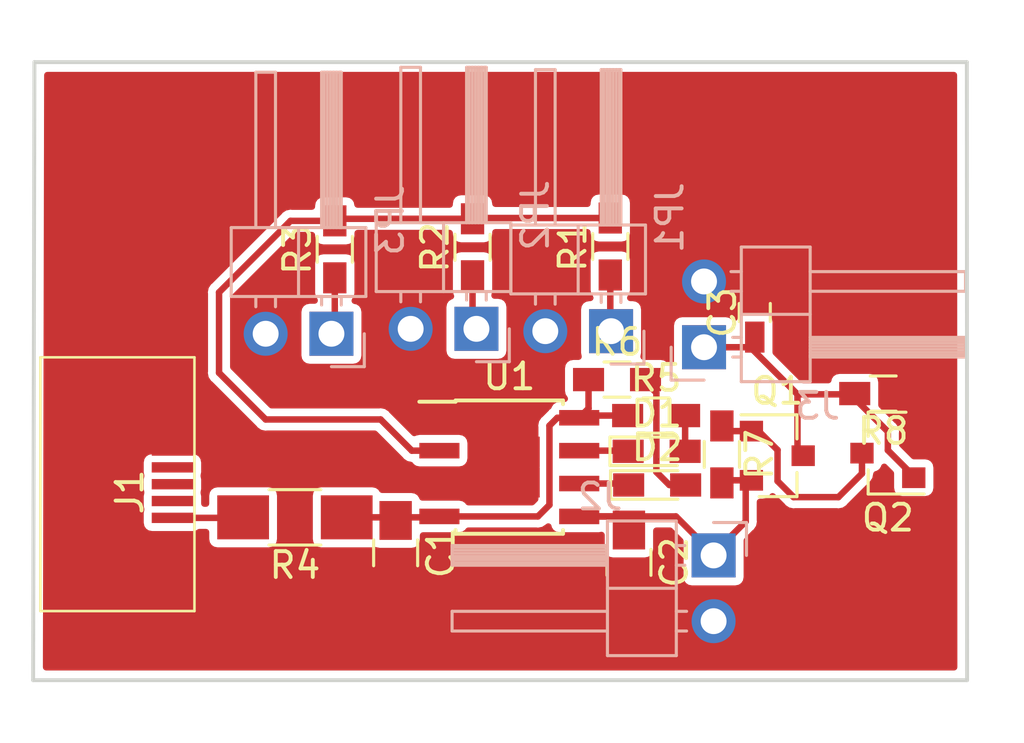
<source format=kicad_pcb>
(kicad_pcb (version 20171130) (host pcbnew 5.0.1)

  (general
    (thickness 1.6)
    (drawings 4)
    (tracks 81)
    (zones 0)
    (modules 22)
    (nets 15)
  )

  (page A4)
  (layers
    (0 F.Cu signal)
    (31 B.Cu signal hide)
    (32 B.Adhes user)
    (33 F.Adhes user)
    (34 B.Paste user)
    (35 F.Paste user)
    (36 B.SilkS user)
    (37 F.SilkS user)
    (38 B.Mask user)
    (39 F.Mask user)
    (40 Dwgs.User user)
    (41 Cmts.User user)
    (42 Eco1.User user)
    (43 Eco2.User user)
    (44 Edge.Cuts user)
    (45 Margin user)
    (46 B.CrtYd user hide)
    (47 F.CrtYd user hide)
    (48 B.Fab user hide)
    (49 F.Fab user hide)
  )

  (setup
    (last_trace_width 0.25)
    (trace_clearance 0.2)
    (zone_clearance 0.3)
    (zone_45_only yes)
    (trace_min 0.2)
    (segment_width 0.2)
    (edge_width 0.15)
    (via_size 0.8)
    (via_drill 0.4)
    (via_min_size 0.4)
    (via_min_drill 0.3)
    (uvia_size 0.3)
    (uvia_drill 0.1)
    (uvias_allowed no)
    (uvia_min_size 0.2)
    (uvia_min_drill 0.1)
    (pcb_text_width 0.3)
    (pcb_text_size 1.5 1.5)
    (mod_edge_width 0.15)
    (mod_text_size 1 1)
    (mod_text_width 0.15)
    (pad_size 1.524 1.524)
    (pad_drill 0.762)
    (pad_to_mask_clearance 0.051)
    (solder_mask_min_width 0.25)
    (aux_axis_origin 0 0)
    (visible_elements FFFEF71F)
    (pcbplotparams
      (layerselection 0x010fc_ffffffff)
      (usegerberextensions false)
      (usegerberattributes false)
      (usegerberadvancedattributes false)
      (creategerberjobfile false)
      (excludeedgelayer true)
      (linewidth 0.100000)
      (plotframeref false)
      (viasonmask false)
      (mode 1)
      (useauxorigin false)
      (hpglpennumber 1)
      (hpglpenspeed 20)
      (hpglpendiameter 15.000000)
      (psnegative false)
      (psa4output false)
      (plotreference true)
      (plotvalue true)
      (plotinvisibletext false)
      (padsonsilk false)
      (subtractmaskfromsilk false)
      (outputformat 1)
      (mirror false)
      (drillshape 1)
      (scaleselection 1)
      (outputdirectory ""))
  )

  (net 0 "")
  (net 1 /vin)
  (net 2 GND)
  (net 3 "Net-(C2-Pad1)")
  (net 4 "Net-(C3-Pad1)")
  (net 5 "Net-(D1-Pad1)")
  (net 6 "Net-(D1-Pad2)")
  (net 7 "Net-(D2-Pad2)")
  (net 8 "Net-(D2-Pad1)")
  (net 9 "Net-(J1-Pad1)")
  (net 10 "Net-(JP1-Pad1)")
  (net 11 "Net-(JP2-Pad1)")
  (net 12 "Net-(JP3-Pad1)")
  (net 13 /prog)
  (net 14 "Net-(Q1-Pad1)")

  (net_class Default "Это класс цепей по умолчанию."
    (clearance 0.2)
    (trace_width 0.25)
    (via_dia 0.8)
    (via_drill 0.4)
    (uvia_dia 0.3)
    (uvia_drill 0.1)
    (add_net /prog)
    (add_net /vin)
    (add_net GND)
    (add_net "Net-(C2-Pad1)")
    (add_net "Net-(C3-Pad1)")
    (add_net "Net-(D1-Pad1)")
    (add_net "Net-(D1-Pad2)")
    (add_net "Net-(D2-Pad1)")
    (add_net "Net-(D2-Pad2)")
    (add_net "Net-(J1-Pad1)")
    (add_net "Net-(JP1-Pad1)")
    (add_net "Net-(JP2-Pad1)")
    (add_net "Net-(JP3-Pad1)")
    (add_net "Net-(Q1-Pad1)")
  )

  (module Capacitors_SMD:C_0805_HandSoldering (layer F.Cu) (tedit 58AA84A8) (tstamp 5BE4AB11)
    (at 150.14 129.45 270)
    (descr "Capacitor SMD 0805, hand soldering")
    (tags "capacitor 0805")
    (path /5BE488CF)
    (attr smd)
    (fp_text reference C1 (at 0 -1.75 270) (layer F.SilkS)
      (effects (font (size 1 1) (thickness 0.15)))
    )
    (fp_text value 10u (at 0 1.75 270) (layer F.Fab)
      (effects (font (size 1 1) (thickness 0.15)))
    )
    (fp_text user %R (at 0 -1.75 270) (layer F.Fab)
      (effects (font (size 1 1) (thickness 0.15)))
    )
    (fp_line (start -1 0.62) (end -1 -0.62) (layer F.Fab) (width 0.1))
    (fp_line (start 1 0.62) (end -1 0.62) (layer F.Fab) (width 0.1))
    (fp_line (start 1 -0.62) (end 1 0.62) (layer F.Fab) (width 0.1))
    (fp_line (start -1 -0.62) (end 1 -0.62) (layer F.Fab) (width 0.1))
    (fp_line (start 0.5 -0.85) (end -0.5 -0.85) (layer F.SilkS) (width 0.12))
    (fp_line (start -0.5 0.85) (end 0.5 0.85) (layer F.SilkS) (width 0.12))
    (fp_line (start -2.25 -0.88) (end 2.25 -0.88) (layer F.CrtYd) (width 0.05))
    (fp_line (start -2.25 -0.88) (end -2.25 0.87) (layer F.CrtYd) (width 0.05))
    (fp_line (start 2.25 0.87) (end 2.25 -0.88) (layer F.CrtYd) (width 0.05))
    (fp_line (start 2.25 0.87) (end -2.25 0.87) (layer F.CrtYd) (width 0.05))
    (pad 1 smd rect (at -1.25 0 270) (size 1.5 1.25) (layers F.Cu F.Paste F.Mask)
      (net 1 /vin))
    (pad 2 smd rect (at 1.25 0 270) (size 1.5 1.25) (layers F.Cu F.Paste F.Mask)
      (net 2 GND))
    (model Capacitors_SMD.3dshapes/C_0805.wrl
      (at (xyz 0 0 0))
      (scale (xyz 1 1 1))
      (rotate (xyz 0 0 0))
    )
  )

  (module Capacitors_SMD:C_0805_HandSoldering (layer F.Cu) (tedit 58AA84A8) (tstamp 5BE4AB22)
    (at 159.15 129.82 270)
    (descr "Capacitor SMD 0805, hand soldering")
    (tags "capacitor 0805")
    (path /5BE4891F)
    (attr smd)
    (fp_text reference C2 (at 0 -1.75 270) (layer F.SilkS)
      (effects (font (size 1 1) (thickness 0.15)))
    )
    (fp_text value 10u (at 0 1.75 270) (layer F.Fab)
      (effects (font (size 1 1) (thickness 0.15)))
    )
    (fp_line (start 2.25 0.87) (end -2.25 0.87) (layer F.CrtYd) (width 0.05))
    (fp_line (start 2.25 0.87) (end 2.25 -0.88) (layer F.CrtYd) (width 0.05))
    (fp_line (start -2.25 -0.88) (end -2.25 0.87) (layer F.CrtYd) (width 0.05))
    (fp_line (start -2.25 -0.88) (end 2.25 -0.88) (layer F.CrtYd) (width 0.05))
    (fp_line (start -0.5 0.85) (end 0.5 0.85) (layer F.SilkS) (width 0.12))
    (fp_line (start 0.5 -0.85) (end -0.5 -0.85) (layer F.SilkS) (width 0.12))
    (fp_line (start -1 -0.62) (end 1 -0.62) (layer F.Fab) (width 0.1))
    (fp_line (start 1 -0.62) (end 1 0.62) (layer F.Fab) (width 0.1))
    (fp_line (start 1 0.62) (end -1 0.62) (layer F.Fab) (width 0.1))
    (fp_line (start -1 0.62) (end -1 -0.62) (layer F.Fab) (width 0.1))
    (fp_text user %R (at 0 -1.75 270) (layer F.Fab)
      (effects (font (size 1 1) (thickness 0.15)))
    )
    (pad 2 smd rect (at 1.25 0 270) (size 1.5 1.25) (layers F.Cu F.Paste F.Mask)
      (net 2 GND))
    (pad 1 smd rect (at -1.25 0 270) (size 1.5 1.25) (layers F.Cu F.Paste F.Mask)
      (net 3 "Net-(C2-Pad1)"))
    (model Capacitors_SMD.3dshapes/C_0805.wrl
      (at (xyz 0 0 0))
      (scale (xyz 1 1 1))
      (rotate (xyz 0 0 0))
    )
  )

  (module Capacitors_SMD:C_0603_HandSoldering (layer F.Cu) (tedit 58AA848B) (tstamp 5BE4AB33)
    (at 164.01 120.17 90)
    (descr "Capacitor SMD 0603, hand soldering")
    (tags "capacitor 0603")
    (path /5BE4A9A7)
    (attr smd)
    (fp_text reference C3 (at 0 -1.25 90) (layer F.SilkS)
      (effects (font (size 1 1) (thickness 0.15)))
    )
    (fp_text value 100n (at 0 1.5 90) (layer F.Fab)
      (effects (font (size 1 1) (thickness 0.15)))
    )
    (fp_line (start 1.8 0.65) (end -1.8 0.65) (layer F.CrtYd) (width 0.05))
    (fp_line (start 1.8 0.65) (end 1.8 -0.65) (layer F.CrtYd) (width 0.05))
    (fp_line (start -1.8 -0.65) (end -1.8 0.65) (layer F.CrtYd) (width 0.05))
    (fp_line (start -1.8 -0.65) (end 1.8 -0.65) (layer F.CrtYd) (width 0.05))
    (fp_line (start 0.35 0.6) (end -0.35 0.6) (layer F.SilkS) (width 0.12))
    (fp_line (start -0.35 -0.6) (end 0.35 -0.6) (layer F.SilkS) (width 0.12))
    (fp_line (start -0.8 -0.4) (end 0.8 -0.4) (layer F.Fab) (width 0.1))
    (fp_line (start 0.8 -0.4) (end 0.8 0.4) (layer F.Fab) (width 0.1))
    (fp_line (start 0.8 0.4) (end -0.8 0.4) (layer F.Fab) (width 0.1))
    (fp_line (start -0.8 0.4) (end -0.8 -0.4) (layer F.Fab) (width 0.1))
    (fp_text user %R (at 0 -1.25 90) (layer F.Fab)
      (effects (font (size 1 1) (thickness 0.15)))
    )
    (pad 2 smd rect (at 0.95 0 90) (size 1.2 0.75) (layers F.Cu F.Paste F.Mask)
      (net 2 GND))
    (pad 1 smd rect (at -0.95 0 90) (size 1.2 0.75) (layers F.Cu F.Paste F.Mask)
      (net 4 "Net-(C3-Pad1)"))
    (model Capacitors_SMD.3dshapes/C_0603.wrl
      (at (xyz 0 0 0))
      (scale (xyz 1 1 1))
      (rotate (xyz 0 0 0))
    )
  )

  (module LEDs:LED_0603_HandSoldering (layer F.Cu) (tedit 595FC9C0) (tstamp 5BE4AB48)
    (at 160.22 125.53)
    (descr "LED SMD 0603, hand soldering")
    (tags "LED 0603")
    (path /5BE48303)
    (attr smd)
    (fp_text reference D1 (at 0 -1.45) (layer F.SilkS)
      (effects (font (size 1 1) (thickness 0.15)))
    )
    (fp_text value LED (at 0 1.55) (layer F.Fab)
      (effects (font (size 1 1) (thickness 0.15)))
    )
    (fp_line (start -1.8 -0.55) (end -1.8 0.55) (layer F.SilkS) (width 0.12))
    (fp_line (start -0.2 -0.2) (end -0.2 0.2) (layer F.Fab) (width 0.1))
    (fp_line (start -0.15 0) (end 0.15 -0.2) (layer F.Fab) (width 0.1))
    (fp_line (start 0.15 0.2) (end -0.15 0) (layer F.Fab) (width 0.1))
    (fp_line (start 0.15 -0.2) (end 0.15 0.2) (layer F.Fab) (width 0.1))
    (fp_line (start 0.8 0.4) (end -0.8 0.4) (layer F.Fab) (width 0.1))
    (fp_line (start 0.8 -0.4) (end 0.8 0.4) (layer F.Fab) (width 0.1))
    (fp_line (start -0.8 -0.4) (end 0.8 -0.4) (layer F.Fab) (width 0.1))
    (fp_line (start -1.8 0.55) (end 0.8 0.55) (layer F.SilkS) (width 0.12))
    (fp_line (start -1.8 -0.55) (end 0.8 -0.55) (layer F.SilkS) (width 0.12))
    (fp_line (start -1.96 -0.7) (end 1.95 -0.7) (layer F.CrtYd) (width 0.05))
    (fp_line (start -1.96 -0.7) (end -1.96 0.7) (layer F.CrtYd) (width 0.05))
    (fp_line (start 1.95 0.7) (end 1.95 -0.7) (layer F.CrtYd) (width 0.05))
    (fp_line (start 1.95 0.7) (end -1.96 0.7) (layer F.CrtYd) (width 0.05))
    (fp_line (start -0.8 -0.4) (end -0.8 0.4) (layer F.Fab) (width 0.1))
    (pad 1 smd rect (at -1.1 0) (size 1.2 0.9) (layers F.Cu F.Paste F.Mask)
      (net 5 "Net-(D1-Pad1)"))
    (pad 2 smd rect (at 1.1 0) (size 1.2 0.9) (layers F.Cu F.Paste F.Mask)
      (net 6 "Net-(D1-Pad2)"))
    (model ${KISYS3DMOD}/LEDs.3dshapes/LED_0603.wrl
      (at (xyz 0 0 0))
      (scale (xyz 1 1 1))
      (rotate (xyz 0 0 180))
    )
  )

  (module LEDs:LED_0603_HandSoldering (layer F.Cu) (tedit 595FC9C0) (tstamp 5BE4AB5D)
    (at 160.24 126.83)
    (descr "LED SMD 0603, hand soldering")
    (tags "LED 0603")
    (path /5BE4849B)
    (attr smd)
    (fp_text reference D2 (at 0 -1.45) (layer F.SilkS)
      (effects (font (size 1 1) (thickness 0.15)))
    )
    (fp_text value LED (at 0 1.55) (layer F.Fab)
      (effects (font (size 1 1) (thickness 0.15)))
    )
    (fp_line (start -0.8 -0.4) (end -0.8 0.4) (layer F.Fab) (width 0.1))
    (fp_line (start 1.95 0.7) (end -1.96 0.7) (layer F.CrtYd) (width 0.05))
    (fp_line (start 1.95 0.7) (end 1.95 -0.7) (layer F.CrtYd) (width 0.05))
    (fp_line (start -1.96 -0.7) (end -1.96 0.7) (layer F.CrtYd) (width 0.05))
    (fp_line (start -1.96 -0.7) (end 1.95 -0.7) (layer F.CrtYd) (width 0.05))
    (fp_line (start -1.8 -0.55) (end 0.8 -0.55) (layer F.SilkS) (width 0.12))
    (fp_line (start -1.8 0.55) (end 0.8 0.55) (layer F.SilkS) (width 0.12))
    (fp_line (start -0.8 -0.4) (end 0.8 -0.4) (layer F.Fab) (width 0.1))
    (fp_line (start 0.8 -0.4) (end 0.8 0.4) (layer F.Fab) (width 0.1))
    (fp_line (start 0.8 0.4) (end -0.8 0.4) (layer F.Fab) (width 0.1))
    (fp_line (start 0.15 -0.2) (end 0.15 0.2) (layer F.Fab) (width 0.1))
    (fp_line (start 0.15 0.2) (end -0.15 0) (layer F.Fab) (width 0.1))
    (fp_line (start -0.15 0) (end 0.15 -0.2) (layer F.Fab) (width 0.1))
    (fp_line (start -0.2 -0.2) (end -0.2 0.2) (layer F.Fab) (width 0.1))
    (fp_line (start -1.8 -0.55) (end -1.8 0.55) (layer F.SilkS) (width 0.12))
    (pad 2 smd rect (at 1.1 0) (size 1.2 0.9) (layers F.Cu F.Paste F.Mask)
      (net 7 "Net-(D2-Pad2)"))
    (pad 1 smd rect (at -1.1 0) (size 1.2 0.9) (layers F.Cu F.Paste F.Mask)
      (net 8 "Net-(D2-Pad1)"))
    (model ${KISYS3DMOD}/LEDs.3dshapes/LED_0603.wrl
      (at (xyz 0 0 0))
      (scale (xyz 1 1 1))
      (rotate (xyz 0 0 180))
    )
  )

  (module myowndevice:usb5s_flip (layer F.Cu) (tedit 5AC1C65B) (tstamp 5BE4AB70)
    (at 142.42 126.8 270)
    (path /5BE48C6B)
    (fp_text reference J1 (at 0.3 2.55 270) (layer F.SilkS)
      (effects (font (size 1 1) (thickness 0.15)))
    )
    (fp_text value USB_OTG (at 0.15 3.65 270) (layer F.Fab)
      (effects (font (size 1 1) (thickness 0.15)))
    )
    (fp_line (start -4.9 6) (end -4.9 0.05) (layer F.SilkS) (width 0.1))
    (fp_line (start -4.9 0.05) (end 4.9 0.05) (layer F.SilkS) (width 0.1))
    (fp_line (start 4.9 0.05) (end 4.9 6) (layer F.SilkS) (width 0.1))
    (fp_line (start -4.9 6) (end 4.9 6) (layer F.SilkS) (width 0.1))
    (pad 5 smd rect (at -1.3 0.9 270) (size 0.4 1.6) (layers F.Cu F.Paste F.Mask)
      (net 2 GND))
    (pad 4 smd rect (at -0.65 0.9 270) (size 0.4 1.6) (layers F.Cu F.Paste F.Mask))
    (pad 1 smd rect (at 1.3 0.9 270) (size 0.4 1.6) (layers F.Cu F.Paste F.Mask)
      (net 9 "Net-(J1-Pad1)"))
    (pad 2 smd rect (at 0.65 0.9 270) (size 0.4 1.6) (layers F.Cu F.Paste F.Mask))
    (pad 5 smd rect (at 1.5 4.95 270) (size 1.1 1) (layers F.Cu F.Paste F.Mask)
      (net 2 GND))
    (pad 5 smd rect (at -1.5 4.95 270) (size 1.1 1) (layers F.Cu F.Paste F.Mask)
      (net 2 GND))
    (pad 5 smd rect (at 3.5 3.85 270) (size 2 1.2) (layers F.Cu F.Paste F.Mask)
      (net 2 GND))
    (pad 5 smd rect (at -3.5 3.85 270) (size 2 1.2) (layers F.Cu F.Paste F.Mask)
      (net 2 GND))
    (pad 5 smd rect (at 3.5 1.35 270) (size 2 1.2) (layers F.Cu F.Paste F.Mask)
      (net 2 GND))
    (pad 5 smd rect (at -3.5 1.35 270) (size 2 1.2) (layers F.Cu F.Paste F.Mask)
      (net 2 GND))
    (pad 3 smd rect (at 0 0.9 270) (size 0.4 1.6) (layers F.Cu F.Paste F.Mask))
  )

  (module Pin_Headers:Pin_Header_Angled_1x02_Pitch2.54mm (layer B.Cu) (tedit 59650532) (tstamp 5BE4ABA3)
    (at 162.42 129.55 180)
    (descr "Through hole angled pin header, 1x02, 2.54mm pitch, 6mm pin length, single row")
    (tags "Through hole angled pin header THT 1x02 2.54mm single row")
    (path /5BE50BA2)
    (fp_text reference J2 (at 4.385 2.27 180) (layer B.SilkS)
      (effects (font (size 1 1) (thickness 0.15)) (justify mirror))
    )
    (fp_text value BAT2 (at 4.385 -4.81 180) (layer B.Fab)
      (effects (font (size 1 1) (thickness 0.15)) (justify mirror))
    )
    (fp_line (start 2.135 1.27) (end 4.04 1.27) (layer B.Fab) (width 0.1))
    (fp_line (start 4.04 1.27) (end 4.04 -3.81) (layer B.Fab) (width 0.1))
    (fp_line (start 4.04 -3.81) (end 1.5 -3.81) (layer B.Fab) (width 0.1))
    (fp_line (start 1.5 -3.81) (end 1.5 0.635) (layer B.Fab) (width 0.1))
    (fp_line (start 1.5 0.635) (end 2.135 1.27) (layer B.Fab) (width 0.1))
    (fp_line (start -0.32 0.32) (end 1.5 0.32) (layer B.Fab) (width 0.1))
    (fp_line (start -0.32 0.32) (end -0.32 -0.32) (layer B.Fab) (width 0.1))
    (fp_line (start -0.32 -0.32) (end 1.5 -0.32) (layer B.Fab) (width 0.1))
    (fp_line (start 4.04 0.32) (end 10.04 0.32) (layer B.Fab) (width 0.1))
    (fp_line (start 10.04 0.32) (end 10.04 -0.32) (layer B.Fab) (width 0.1))
    (fp_line (start 4.04 -0.32) (end 10.04 -0.32) (layer B.Fab) (width 0.1))
    (fp_line (start -0.32 -2.22) (end 1.5 -2.22) (layer B.Fab) (width 0.1))
    (fp_line (start -0.32 -2.22) (end -0.32 -2.86) (layer B.Fab) (width 0.1))
    (fp_line (start -0.32 -2.86) (end 1.5 -2.86) (layer B.Fab) (width 0.1))
    (fp_line (start 4.04 -2.22) (end 10.04 -2.22) (layer B.Fab) (width 0.1))
    (fp_line (start 10.04 -2.22) (end 10.04 -2.86) (layer B.Fab) (width 0.1))
    (fp_line (start 4.04 -2.86) (end 10.04 -2.86) (layer B.Fab) (width 0.1))
    (fp_line (start 1.44 1.33) (end 1.44 -3.87) (layer B.SilkS) (width 0.12))
    (fp_line (start 1.44 -3.87) (end 4.1 -3.87) (layer B.SilkS) (width 0.12))
    (fp_line (start 4.1 -3.87) (end 4.1 1.33) (layer B.SilkS) (width 0.12))
    (fp_line (start 4.1 1.33) (end 1.44 1.33) (layer B.SilkS) (width 0.12))
    (fp_line (start 4.1 0.38) (end 10.1 0.38) (layer B.SilkS) (width 0.12))
    (fp_line (start 10.1 0.38) (end 10.1 -0.38) (layer B.SilkS) (width 0.12))
    (fp_line (start 10.1 -0.38) (end 4.1 -0.38) (layer B.SilkS) (width 0.12))
    (fp_line (start 4.1 0.32) (end 10.1 0.32) (layer B.SilkS) (width 0.12))
    (fp_line (start 4.1 0.2) (end 10.1 0.2) (layer B.SilkS) (width 0.12))
    (fp_line (start 4.1 0.08) (end 10.1 0.08) (layer B.SilkS) (width 0.12))
    (fp_line (start 4.1 -0.04) (end 10.1 -0.04) (layer B.SilkS) (width 0.12))
    (fp_line (start 4.1 -0.16) (end 10.1 -0.16) (layer B.SilkS) (width 0.12))
    (fp_line (start 4.1 -0.28) (end 10.1 -0.28) (layer B.SilkS) (width 0.12))
    (fp_line (start 1.11 0.38) (end 1.44 0.38) (layer B.SilkS) (width 0.12))
    (fp_line (start 1.11 -0.38) (end 1.44 -0.38) (layer B.SilkS) (width 0.12))
    (fp_line (start 1.44 -1.27) (end 4.1 -1.27) (layer B.SilkS) (width 0.12))
    (fp_line (start 4.1 -2.16) (end 10.1 -2.16) (layer B.SilkS) (width 0.12))
    (fp_line (start 10.1 -2.16) (end 10.1 -2.92) (layer B.SilkS) (width 0.12))
    (fp_line (start 10.1 -2.92) (end 4.1 -2.92) (layer B.SilkS) (width 0.12))
    (fp_line (start 1.042929 -2.16) (end 1.44 -2.16) (layer B.SilkS) (width 0.12))
    (fp_line (start 1.042929 -2.92) (end 1.44 -2.92) (layer B.SilkS) (width 0.12))
    (fp_line (start -1.27 0) (end -1.27 1.27) (layer B.SilkS) (width 0.12))
    (fp_line (start -1.27 1.27) (end 0 1.27) (layer B.SilkS) (width 0.12))
    (fp_line (start -1.8 1.8) (end -1.8 -4.35) (layer B.CrtYd) (width 0.05))
    (fp_line (start -1.8 -4.35) (end 10.55 -4.35) (layer B.CrtYd) (width 0.05))
    (fp_line (start 10.55 -4.35) (end 10.55 1.8) (layer B.CrtYd) (width 0.05))
    (fp_line (start 10.55 1.8) (end -1.8 1.8) (layer B.CrtYd) (width 0.05))
    (fp_text user %R (at 2.77 -1.27 90) (layer B.Fab)
      (effects (font (size 1 1) (thickness 0.15)) (justify mirror))
    )
    (pad 1 thru_hole rect (at 0 0 180) (size 1.7 1.7) (drill 1) (layers *.Cu *.Mask)
      (net 3 "Net-(C2-Pad1)"))
    (pad 2 thru_hole oval (at 0 -2.54 180) (size 1.7 1.7) (drill 1) (layers *.Cu *.Mask)
      (net 2 GND))
    (model ${KISYS3DMOD}/Pin_Headers.3dshapes/Pin_Header_Angled_1x02_Pitch2.54mm.wrl
      (at (xyz 0 0 0))
      (scale (xyz 1 1 1))
      (rotate (xyz 0 0 0))
    )
  )

  (module Pin_Headers:Pin_Header_Angled_1x02_Pitch2.54mm (layer B.Cu) (tedit 59650532) (tstamp 5BE4ABD6)
    (at 162.05 121.51)
    (descr "Through hole angled pin header, 1x02, 2.54mm pitch, 6mm pin length, single row")
    (tags "Through hole angled pin header THT 1x02 2.54mm single row")
    (path /5BE4A154)
    (fp_text reference J3 (at 4.385 2.27) (layer B.SilkS)
      (effects (font (size 1 1) (thickness 0.15)) (justify mirror))
    )
    (fp_text value BAT (at 4.385 -4.81) (layer B.Fab)
      (effects (font (size 1 1) (thickness 0.15)) (justify mirror))
    )
    (fp_text user %R (at 2.77 -1.27 -90) (layer B.Fab)
      (effects (font (size 1 1) (thickness 0.15)) (justify mirror))
    )
    (fp_line (start 10.55 1.8) (end -1.8 1.8) (layer B.CrtYd) (width 0.05))
    (fp_line (start 10.55 -4.35) (end 10.55 1.8) (layer B.CrtYd) (width 0.05))
    (fp_line (start -1.8 -4.35) (end 10.55 -4.35) (layer B.CrtYd) (width 0.05))
    (fp_line (start -1.8 1.8) (end -1.8 -4.35) (layer B.CrtYd) (width 0.05))
    (fp_line (start -1.27 1.27) (end 0 1.27) (layer B.SilkS) (width 0.12))
    (fp_line (start -1.27 0) (end -1.27 1.27) (layer B.SilkS) (width 0.12))
    (fp_line (start 1.042929 -2.92) (end 1.44 -2.92) (layer B.SilkS) (width 0.12))
    (fp_line (start 1.042929 -2.16) (end 1.44 -2.16) (layer B.SilkS) (width 0.12))
    (fp_line (start 10.1 -2.92) (end 4.1 -2.92) (layer B.SilkS) (width 0.12))
    (fp_line (start 10.1 -2.16) (end 10.1 -2.92) (layer B.SilkS) (width 0.12))
    (fp_line (start 4.1 -2.16) (end 10.1 -2.16) (layer B.SilkS) (width 0.12))
    (fp_line (start 1.44 -1.27) (end 4.1 -1.27) (layer B.SilkS) (width 0.12))
    (fp_line (start 1.11 -0.38) (end 1.44 -0.38) (layer B.SilkS) (width 0.12))
    (fp_line (start 1.11 0.38) (end 1.44 0.38) (layer B.SilkS) (width 0.12))
    (fp_line (start 4.1 -0.28) (end 10.1 -0.28) (layer B.SilkS) (width 0.12))
    (fp_line (start 4.1 -0.16) (end 10.1 -0.16) (layer B.SilkS) (width 0.12))
    (fp_line (start 4.1 -0.04) (end 10.1 -0.04) (layer B.SilkS) (width 0.12))
    (fp_line (start 4.1 0.08) (end 10.1 0.08) (layer B.SilkS) (width 0.12))
    (fp_line (start 4.1 0.2) (end 10.1 0.2) (layer B.SilkS) (width 0.12))
    (fp_line (start 4.1 0.32) (end 10.1 0.32) (layer B.SilkS) (width 0.12))
    (fp_line (start 10.1 -0.38) (end 4.1 -0.38) (layer B.SilkS) (width 0.12))
    (fp_line (start 10.1 0.38) (end 10.1 -0.38) (layer B.SilkS) (width 0.12))
    (fp_line (start 4.1 0.38) (end 10.1 0.38) (layer B.SilkS) (width 0.12))
    (fp_line (start 4.1 1.33) (end 1.44 1.33) (layer B.SilkS) (width 0.12))
    (fp_line (start 4.1 -3.87) (end 4.1 1.33) (layer B.SilkS) (width 0.12))
    (fp_line (start 1.44 -3.87) (end 4.1 -3.87) (layer B.SilkS) (width 0.12))
    (fp_line (start 1.44 1.33) (end 1.44 -3.87) (layer B.SilkS) (width 0.12))
    (fp_line (start 4.04 -2.86) (end 10.04 -2.86) (layer B.Fab) (width 0.1))
    (fp_line (start 10.04 -2.22) (end 10.04 -2.86) (layer B.Fab) (width 0.1))
    (fp_line (start 4.04 -2.22) (end 10.04 -2.22) (layer B.Fab) (width 0.1))
    (fp_line (start -0.32 -2.86) (end 1.5 -2.86) (layer B.Fab) (width 0.1))
    (fp_line (start -0.32 -2.22) (end -0.32 -2.86) (layer B.Fab) (width 0.1))
    (fp_line (start -0.32 -2.22) (end 1.5 -2.22) (layer B.Fab) (width 0.1))
    (fp_line (start 4.04 -0.32) (end 10.04 -0.32) (layer B.Fab) (width 0.1))
    (fp_line (start 10.04 0.32) (end 10.04 -0.32) (layer B.Fab) (width 0.1))
    (fp_line (start 4.04 0.32) (end 10.04 0.32) (layer B.Fab) (width 0.1))
    (fp_line (start -0.32 -0.32) (end 1.5 -0.32) (layer B.Fab) (width 0.1))
    (fp_line (start -0.32 0.32) (end -0.32 -0.32) (layer B.Fab) (width 0.1))
    (fp_line (start -0.32 0.32) (end 1.5 0.32) (layer B.Fab) (width 0.1))
    (fp_line (start 1.5 0.635) (end 2.135 1.27) (layer B.Fab) (width 0.1))
    (fp_line (start 1.5 -3.81) (end 1.5 0.635) (layer B.Fab) (width 0.1))
    (fp_line (start 4.04 -3.81) (end 1.5 -3.81) (layer B.Fab) (width 0.1))
    (fp_line (start 4.04 1.27) (end 4.04 -3.81) (layer B.Fab) (width 0.1))
    (fp_line (start 2.135 1.27) (end 4.04 1.27) (layer B.Fab) (width 0.1))
    (pad 2 thru_hole oval (at 0 -2.54) (size 1.7 1.7) (drill 1) (layers *.Cu *.Mask)
      (net 2 GND))
    (pad 1 thru_hole rect (at 0 0) (size 1.7 1.7) (drill 1) (layers *.Cu *.Mask)
      (net 4 "Net-(C3-Pad1)"))
    (model ${KISYS3DMOD}/Pin_Headers.3dshapes/Pin_Header_Angled_1x02_Pitch2.54mm.wrl
      (at (xyz 0 0 0))
      (scale (xyz 1 1 1))
      (rotate (xyz 0 0 0))
    )
  )

  (module Pin_Headers:Pin_Header_Angled_1x02_Pitch2.54mm (layer B.Cu) (tedit 59650532) (tstamp 5BE4AC09)
    (at 158.46 120.89 90)
    (descr "Through hole angled pin header, 1x02, 2.54mm pitch, 6mm pin length, single row")
    (tags "Through hole angled pin header THT 1x02 2.54mm single row")
    (path /5BE4C5CE)
    (fp_text reference JP1 (at 4.385 2.27 90) (layer B.SilkS)
      (effects (font (size 1 1) (thickness 0.15)) (justify mirror))
    )
    (fp_text value Jumper_NO_Small (at 4.385 -4.81 90) (layer B.Fab)
      (effects (font (size 1 1) (thickness 0.15)) (justify mirror))
    )
    (fp_text user %R (at 2.77 -1.27) (layer B.Fab)
      (effects (font (size 1 1) (thickness 0.15)) (justify mirror))
    )
    (fp_line (start 10.55 1.8) (end -1.8 1.8) (layer B.CrtYd) (width 0.05))
    (fp_line (start 10.55 -4.35) (end 10.55 1.8) (layer B.CrtYd) (width 0.05))
    (fp_line (start -1.8 -4.35) (end 10.55 -4.35) (layer B.CrtYd) (width 0.05))
    (fp_line (start -1.8 1.8) (end -1.8 -4.35) (layer B.CrtYd) (width 0.05))
    (fp_line (start -1.27 1.27) (end 0 1.27) (layer B.SilkS) (width 0.12))
    (fp_line (start -1.27 0) (end -1.27 1.27) (layer B.SilkS) (width 0.12))
    (fp_line (start 1.042929 -2.92) (end 1.44 -2.92) (layer B.SilkS) (width 0.12))
    (fp_line (start 1.042929 -2.16) (end 1.44 -2.16) (layer B.SilkS) (width 0.12))
    (fp_line (start 10.1 -2.92) (end 4.1 -2.92) (layer B.SilkS) (width 0.12))
    (fp_line (start 10.1 -2.16) (end 10.1 -2.92) (layer B.SilkS) (width 0.12))
    (fp_line (start 4.1 -2.16) (end 10.1 -2.16) (layer B.SilkS) (width 0.12))
    (fp_line (start 1.44 -1.27) (end 4.1 -1.27) (layer B.SilkS) (width 0.12))
    (fp_line (start 1.11 -0.38) (end 1.44 -0.38) (layer B.SilkS) (width 0.12))
    (fp_line (start 1.11 0.38) (end 1.44 0.38) (layer B.SilkS) (width 0.12))
    (fp_line (start 4.1 -0.28) (end 10.1 -0.28) (layer B.SilkS) (width 0.12))
    (fp_line (start 4.1 -0.16) (end 10.1 -0.16) (layer B.SilkS) (width 0.12))
    (fp_line (start 4.1 -0.04) (end 10.1 -0.04) (layer B.SilkS) (width 0.12))
    (fp_line (start 4.1 0.08) (end 10.1 0.08) (layer B.SilkS) (width 0.12))
    (fp_line (start 4.1 0.2) (end 10.1 0.2) (layer B.SilkS) (width 0.12))
    (fp_line (start 4.1 0.32) (end 10.1 0.32) (layer B.SilkS) (width 0.12))
    (fp_line (start 10.1 -0.38) (end 4.1 -0.38) (layer B.SilkS) (width 0.12))
    (fp_line (start 10.1 0.38) (end 10.1 -0.38) (layer B.SilkS) (width 0.12))
    (fp_line (start 4.1 0.38) (end 10.1 0.38) (layer B.SilkS) (width 0.12))
    (fp_line (start 4.1 1.33) (end 1.44 1.33) (layer B.SilkS) (width 0.12))
    (fp_line (start 4.1 -3.87) (end 4.1 1.33) (layer B.SilkS) (width 0.12))
    (fp_line (start 1.44 -3.87) (end 4.1 -3.87) (layer B.SilkS) (width 0.12))
    (fp_line (start 1.44 1.33) (end 1.44 -3.87) (layer B.SilkS) (width 0.12))
    (fp_line (start 4.04 -2.86) (end 10.04 -2.86) (layer B.Fab) (width 0.1))
    (fp_line (start 10.04 -2.22) (end 10.04 -2.86) (layer B.Fab) (width 0.1))
    (fp_line (start 4.04 -2.22) (end 10.04 -2.22) (layer B.Fab) (width 0.1))
    (fp_line (start -0.32 -2.86) (end 1.5 -2.86) (layer B.Fab) (width 0.1))
    (fp_line (start -0.32 -2.22) (end -0.32 -2.86) (layer B.Fab) (width 0.1))
    (fp_line (start -0.32 -2.22) (end 1.5 -2.22) (layer B.Fab) (width 0.1))
    (fp_line (start 4.04 -0.32) (end 10.04 -0.32) (layer B.Fab) (width 0.1))
    (fp_line (start 10.04 0.32) (end 10.04 -0.32) (layer B.Fab) (width 0.1))
    (fp_line (start 4.04 0.32) (end 10.04 0.32) (layer B.Fab) (width 0.1))
    (fp_line (start -0.32 -0.32) (end 1.5 -0.32) (layer B.Fab) (width 0.1))
    (fp_line (start -0.32 0.32) (end -0.32 -0.32) (layer B.Fab) (width 0.1))
    (fp_line (start -0.32 0.32) (end 1.5 0.32) (layer B.Fab) (width 0.1))
    (fp_line (start 1.5 0.635) (end 2.135 1.27) (layer B.Fab) (width 0.1))
    (fp_line (start 1.5 -3.81) (end 1.5 0.635) (layer B.Fab) (width 0.1))
    (fp_line (start 4.04 -3.81) (end 1.5 -3.81) (layer B.Fab) (width 0.1))
    (fp_line (start 4.04 1.27) (end 4.04 -3.81) (layer B.Fab) (width 0.1))
    (fp_line (start 2.135 1.27) (end 4.04 1.27) (layer B.Fab) (width 0.1))
    (pad 2 thru_hole oval (at 0 -2.54 90) (size 1.7 1.7) (drill 1) (layers *.Cu *.Mask)
      (net 2 GND))
    (pad 1 thru_hole rect (at 0 0 90) (size 1.7 1.7) (drill 1) (layers *.Cu *.Mask)
      (net 10 "Net-(JP1-Pad1)"))
    (model ${KISYS3DMOD}/Pin_Headers.3dshapes/Pin_Header_Angled_1x02_Pitch2.54mm.wrl
      (at (xyz 0 0 0))
      (scale (xyz 1 1 1))
      (rotate (xyz 0 0 0))
    )
  )

  (module Pin_Headers:Pin_Header_Angled_1x02_Pitch2.54mm (layer B.Cu) (tedit 59650532) (tstamp 5BE4AC3C)
    (at 153.26 120.8 90)
    (descr "Through hole angled pin header, 1x02, 2.54mm pitch, 6mm pin length, single row")
    (tags "Through hole angled pin header THT 1x02 2.54mm single row")
    (path /5BE4DBA6)
    (fp_text reference JP2 (at 4.385 2.27 90) (layer B.SilkS)
      (effects (font (size 1 1) (thickness 0.15)) (justify mirror))
    )
    (fp_text value Jumper_NO_Small (at 4.385 -4.81 90) (layer B.Fab)
      (effects (font (size 1 1) (thickness 0.15)) (justify mirror))
    )
    (fp_line (start 2.135 1.27) (end 4.04 1.27) (layer B.Fab) (width 0.1))
    (fp_line (start 4.04 1.27) (end 4.04 -3.81) (layer B.Fab) (width 0.1))
    (fp_line (start 4.04 -3.81) (end 1.5 -3.81) (layer B.Fab) (width 0.1))
    (fp_line (start 1.5 -3.81) (end 1.5 0.635) (layer B.Fab) (width 0.1))
    (fp_line (start 1.5 0.635) (end 2.135 1.27) (layer B.Fab) (width 0.1))
    (fp_line (start -0.32 0.32) (end 1.5 0.32) (layer B.Fab) (width 0.1))
    (fp_line (start -0.32 0.32) (end -0.32 -0.32) (layer B.Fab) (width 0.1))
    (fp_line (start -0.32 -0.32) (end 1.5 -0.32) (layer B.Fab) (width 0.1))
    (fp_line (start 4.04 0.32) (end 10.04 0.32) (layer B.Fab) (width 0.1))
    (fp_line (start 10.04 0.32) (end 10.04 -0.32) (layer B.Fab) (width 0.1))
    (fp_line (start 4.04 -0.32) (end 10.04 -0.32) (layer B.Fab) (width 0.1))
    (fp_line (start -0.32 -2.22) (end 1.5 -2.22) (layer B.Fab) (width 0.1))
    (fp_line (start -0.32 -2.22) (end -0.32 -2.86) (layer B.Fab) (width 0.1))
    (fp_line (start -0.32 -2.86) (end 1.5 -2.86) (layer B.Fab) (width 0.1))
    (fp_line (start 4.04 -2.22) (end 10.04 -2.22) (layer B.Fab) (width 0.1))
    (fp_line (start 10.04 -2.22) (end 10.04 -2.86) (layer B.Fab) (width 0.1))
    (fp_line (start 4.04 -2.86) (end 10.04 -2.86) (layer B.Fab) (width 0.1))
    (fp_line (start 1.44 1.33) (end 1.44 -3.87) (layer B.SilkS) (width 0.12))
    (fp_line (start 1.44 -3.87) (end 4.1 -3.87) (layer B.SilkS) (width 0.12))
    (fp_line (start 4.1 -3.87) (end 4.1 1.33) (layer B.SilkS) (width 0.12))
    (fp_line (start 4.1 1.33) (end 1.44 1.33) (layer B.SilkS) (width 0.12))
    (fp_line (start 4.1 0.38) (end 10.1 0.38) (layer B.SilkS) (width 0.12))
    (fp_line (start 10.1 0.38) (end 10.1 -0.38) (layer B.SilkS) (width 0.12))
    (fp_line (start 10.1 -0.38) (end 4.1 -0.38) (layer B.SilkS) (width 0.12))
    (fp_line (start 4.1 0.32) (end 10.1 0.32) (layer B.SilkS) (width 0.12))
    (fp_line (start 4.1 0.2) (end 10.1 0.2) (layer B.SilkS) (width 0.12))
    (fp_line (start 4.1 0.08) (end 10.1 0.08) (layer B.SilkS) (width 0.12))
    (fp_line (start 4.1 -0.04) (end 10.1 -0.04) (layer B.SilkS) (width 0.12))
    (fp_line (start 4.1 -0.16) (end 10.1 -0.16) (layer B.SilkS) (width 0.12))
    (fp_line (start 4.1 -0.28) (end 10.1 -0.28) (layer B.SilkS) (width 0.12))
    (fp_line (start 1.11 0.38) (end 1.44 0.38) (layer B.SilkS) (width 0.12))
    (fp_line (start 1.11 -0.38) (end 1.44 -0.38) (layer B.SilkS) (width 0.12))
    (fp_line (start 1.44 -1.27) (end 4.1 -1.27) (layer B.SilkS) (width 0.12))
    (fp_line (start 4.1 -2.16) (end 10.1 -2.16) (layer B.SilkS) (width 0.12))
    (fp_line (start 10.1 -2.16) (end 10.1 -2.92) (layer B.SilkS) (width 0.12))
    (fp_line (start 10.1 -2.92) (end 4.1 -2.92) (layer B.SilkS) (width 0.12))
    (fp_line (start 1.042929 -2.16) (end 1.44 -2.16) (layer B.SilkS) (width 0.12))
    (fp_line (start 1.042929 -2.92) (end 1.44 -2.92) (layer B.SilkS) (width 0.12))
    (fp_line (start -1.27 0) (end -1.27 1.27) (layer B.SilkS) (width 0.12))
    (fp_line (start -1.27 1.27) (end 0 1.27) (layer B.SilkS) (width 0.12))
    (fp_line (start -1.8 1.8) (end -1.8 -4.35) (layer B.CrtYd) (width 0.05))
    (fp_line (start -1.8 -4.35) (end 10.55 -4.35) (layer B.CrtYd) (width 0.05))
    (fp_line (start 10.55 -4.35) (end 10.55 1.8) (layer B.CrtYd) (width 0.05))
    (fp_line (start 10.55 1.8) (end -1.8 1.8) (layer B.CrtYd) (width 0.05))
    (fp_text user %R (at 2.77 -1.27) (layer B.Fab)
      (effects (font (size 1 1) (thickness 0.15)) (justify mirror))
    )
    (pad 1 thru_hole rect (at 0 0 90) (size 1.7 1.7) (drill 1) (layers *.Cu *.Mask)
      (net 11 "Net-(JP2-Pad1)"))
    (pad 2 thru_hole oval (at 0 -2.54 90) (size 1.7 1.7) (drill 1) (layers *.Cu *.Mask)
      (net 2 GND))
    (model ${KISYS3DMOD}/Pin_Headers.3dshapes/Pin_Header_Angled_1x02_Pitch2.54mm.wrl
      (at (xyz 0 0 0))
      (scale (xyz 1 1 1))
      (rotate (xyz 0 0 0))
    )
  )

  (module Pin_Headers:Pin_Header_Angled_1x02_Pitch2.54mm (layer B.Cu) (tedit 59650532) (tstamp 5BE4AC6F)
    (at 147.66 120.99 90)
    (descr "Through hole angled pin header, 1x02, 2.54mm pitch, 6mm pin length, single row")
    (tags "Through hole angled pin header THT 1x02 2.54mm single row")
    (path /5BE4E229)
    (fp_text reference JP3 (at 4.385 2.27 90) (layer B.SilkS)
      (effects (font (size 1 1) (thickness 0.15)) (justify mirror))
    )
    (fp_text value Jumper_NO_Small (at 4.385 -4.81 90) (layer B.Fab)
      (effects (font (size 1 1) (thickness 0.15)) (justify mirror))
    )
    (fp_text user %R (at 2.77 -1.27) (layer B.Fab)
      (effects (font (size 1 1) (thickness 0.15)) (justify mirror))
    )
    (fp_line (start 10.55 1.8) (end -1.8 1.8) (layer B.CrtYd) (width 0.05))
    (fp_line (start 10.55 -4.35) (end 10.55 1.8) (layer B.CrtYd) (width 0.05))
    (fp_line (start -1.8 -4.35) (end 10.55 -4.35) (layer B.CrtYd) (width 0.05))
    (fp_line (start -1.8 1.8) (end -1.8 -4.35) (layer B.CrtYd) (width 0.05))
    (fp_line (start -1.27 1.27) (end 0 1.27) (layer B.SilkS) (width 0.12))
    (fp_line (start -1.27 0) (end -1.27 1.27) (layer B.SilkS) (width 0.12))
    (fp_line (start 1.042929 -2.92) (end 1.44 -2.92) (layer B.SilkS) (width 0.12))
    (fp_line (start 1.042929 -2.16) (end 1.44 -2.16) (layer B.SilkS) (width 0.12))
    (fp_line (start 10.1 -2.92) (end 4.1 -2.92) (layer B.SilkS) (width 0.12))
    (fp_line (start 10.1 -2.16) (end 10.1 -2.92) (layer B.SilkS) (width 0.12))
    (fp_line (start 4.1 -2.16) (end 10.1 -2.16) (layer B.SilkS) (width 0.12))
    (fp_line (start 1.44 -1.27) (end 4.1 -1.27) (layer B.SilkS) (width 0.12))
    (fp_line (start 1.11 -0.38) (end 1.44 -0.38) (layer B.SilkS) (width 0.12))
    (fp_line (start 1.11 0.38) (end 1.44 0.38) (layer B.SilkS) (width 0.12))
    (fp_line (start 4.1 -0.28) (end 10.1 -0.28) (layer B.SilkS) (width 0.12))
    (fp_line (start 4.1 -0.16) (end 10.1 -0.16) (layer B.SilkS) (width 0.12))
    (fp_line (start 4.1 -0.04) (end 10.1 -0.04) (layer B.SilkS) (width 0.12))
    (fp_line (start 4.1 0.08) (end 10.1 0.08) (layer B.SilkS) (width 0.12))
    (fp_line (start 4.1 0.2) (end 10.1 0.2) (layer B.SilkS) (width 0.12))
    (fp_line (start 4.1 0.32) (end 10.1 0.32) (layer B.SilkS) (width 0.12))
    (fp_line (start 10.1 -0.38) (end 4.1 -0.38) (layer B.SilkS) (width 0.12))
    (fp_line (start 10.1 0.38) (end 10.1 -0.38) (layer B.SilkS) (width 0.12))
    (fp_line (start 4.1 0.38) (end 10.1 0.38) (layer B.SilkS) (width 0.12))
    (fp_line (start 4.1 1.33) (end 1.44 1.33) (layer B.SilkS) (width 0.12))
    (fp_line (start 4.1 -3.87) (end 4.1 1.33) (layer B.SilkS) (width 0.12))
    (fp_line (start 1.44 -3.87) (end 4.1 -3.87) (layer B.SilkS) (width 0.12))
    (fp_line (start 1.44 1.33) (end 1.44 -3.87) (layer B.SilkS) (width 0.12))
    (fp_line (start 4.04 -2.86) (end 10.04 -2.86) (layer B.Fab) (width 0.1))
    (fp_line (start 10.04 -2.22) (end 10.04 -2.86) (layer B.Fab) (width 0.1))
    (fp_line (start 4.04 -2.22) (end 10.04 -2.22) (layer B.Fab) (width 0.1))
    (fp_line (start -0.32 -2.86) (end 1.5 -2.86) (layer B.Fab) (width 0.1))
    (fp_line (start -0.32 -2.22) (end -0.32 -2.86) (layer B.Fab) (width 0.1))
    (fp_line (start -0.32 -2.22) (end 1.5 -2.22) (layer B.Fab) (width 0.1))
    (fp_line (start 4.04 -0.32) (end 10.04 -0.32) (layer B.Fab) (width 0.1))
    (fp_line (start 10.04 0.32) (end 10.04 -0.32) (layer B.Fab) (width 0.1))
    (fp_line (start 4.04 0.32) (end 10.04 0.32) (layer B.Fab) (width 0.1))
    (fp_line (start -0.32 -0.32) (end 1.5 -0.32) (layer B.Fab) (width 0.1))
    (fp_line (start -0.32 0.32) (end -0.32 -0.32) (layer B.Fab) (width 0.1))
    (fp_line (start -0.32 0.32) (end 1.5 0.32) (layer B.Fab) (width 0.1))
    (fp_line (start 1.5 0.635) (end 2.135 1.27) (layer B.Fab) (width 0.1))
    (fp_line (start 1.5 -3.81) (end 1.5 0.635) (layer B.Fab) (width 0.1))
    (fp_line (start 4.04 -3.81) (end 1.5 -3.81) (layer B.Fab) (width 0.1))
    (fp_line (start 4.04 1.27) (end 4.04 -3.81) (layer B.Fab) (width 0.1))
    (fp_line (start 2.135 1.27) (end 4.04 1.27) (layer B.Fab) (width 0.1))
    (pad 2 thru_hole oval (at 0 -2.54 90) (size 1.7 1.7) (drill 1) (layers *.Cu *.Mask)
      (net 2 GND))
    (pad 1 thru_hole rect (at 0 0 90) (size 1.7 1.7) (drill 1) (layers *.Cu *.Mask)
      (net 12 "Net-(JP3-Pad1)"))
    (model ${KISYS3DMOD}/Pin_Headers.3dshapes/Pin_Header_Angled_1x02_Pitch2.54mm.wrl
      (at (xyz 0 0 0))
      (scale (xyz 1 1 1))
      (rotate (xyz 0 0 0))
    )
  )

  (module Resistors_SMD:R_0603_HandSoldering (layer F.Cu) (tedit 58E0A804) (tstamp 5BE4AC80)
    (at 158.43 117.62 90)
    (descr "Resistor SMD 0603, hand soldering")
    (tags "resistor 0603")
    (path /5BE4C36B)
    (attr smd)
    (fp_text reference R1 (at 0 -1.45 90) (layer F.SilkS)
      (effects (font (size 1 1) (thickness 0.15)))
    )
    (fp_text value 30k (at 0 1.55 90) (layer F.Fab)
      (effects (font (size 1 1) (thickness 0.15)))
    )
    (fp_text user %R (at 0 0 90) (layer F.Fab)
      (effects (font (size 0.4 0.4) (thickness 0.075)))
    )
    (fp_line (start -0.8 0.4) (end -0.8 -0.4) (layer F.Fab) (width 0.1))
    (fp_line (start 0.8 0.4) (end -0.8 0.4) (layer F.Fab) (width 0.1))
    (fp_line (start 0.8 -0.4) (end 0.8 0.4) (layer F.Fab) (width 0.1))
    (fp_line (start -0.8 -0.4) (end 0.8 -0.4) (layer F.Fab) (width 0.1))
    (fp_line (start 0.5 0.68) (end -0.5 0.68) (layer F.SilkS) (width 0.12))
    (fp_line (start -0.5 -0.68) (end 0.5 -0.68) (layer F.SilkS) (width 0.12))
    (fp_line (start -1.96 -0.7) (end 1.95 -0.7) (layer F.CrtYd) (width 0.05))
    (fp_line (start -1.96 -0.7) (end -1.96 0.7) (layer F.CrtYd) (width 0.05))
    (fp_line (start 1.95 0.7) (end 1.95 -0.7) (layer F.CrtYd) (width 0.05))
    (fp_line (start 1.95 0.7) (end -1.96 0.7) (layer F.CrtYd) (width 0.05))
    (pad 1 smd rect (at -1.1 0 90) (size 1.2 0.9) (layers F.Cu F.Paste F.Mask)
      (net 10 "Net-(JP1-Pad1)"))
    (pad 2 smd rect (at 1.1 0 90) (size 1.2 0.9) (layers F.Cu F.Paste F.Mask)
      (net 13 /prog))
    (model ${KISYS3DMOD}/Resistors_SMD.3dshapes/R_0603.wrl
      (at (xyz 0 0 0))
      (scale (xyz 1 1 1))
      (rotate (xyz 0 0 0))
    )
  )

  (module Resistors_SMD:R_0603_HandSoldering (layer F.Cu) (tedit 58E0A804) (tstamp 5BE4AC91)
    (at 153.11 117.65 90)
    (descr "Resistor SMD 0603, hand soldering")
    (tags "resistor 0603")
    (path /5BE4C433)
    (attr smd)
    (fp_text reference R2 (at 0 -1.45 90) (layer F.SilkS)
      (effects (font (size 1 1) (thickness 0.15)))
    )
    (fp_text value 10k (at 0 1.55 90) (layer F.Fab)
      (effects (font (size 1 1) (thickness 0.15)))
    )
    (fp_line (start 1.95 0.7) (end -1.96 0.7) (layer F.CrtYd) (width 0.05))
    (fp_line (start 1.95 0.7) (end 1.95 -0.7) (layer F.CrtYd) (width 0.05))
    (fp_line (start -1.96 -0.7) (end -1.96 0.7) (layer F.CrtYd) (width 0.05))
    (fp_line (start -1.96 -0.7) (end 1.95 -0.7) (layer F.CrtYd) (width 0.05))
    (fp_line (start -0.5 -0.68) (end 0.5 -0.68) (layer F.SilkS) (width 0.12))
    (fp_line (start 0.5 0.68) (end -0.5 0.68) (layer F.SilkS) (width 0.12))
    (fp_line (start -0.8 -0.4) (end 0.8 -0.4) (layer F.Fab) (width 0.1))
    (fp_line (start 0.8 -0.4) (end 0.8 0.4) (layer F.Fab) (width 0.1))
    (fp_line (start 0.8 0.4) (end -0.8 0.4) (layer F.Fab) (width 0.1))
    (fp_line (start -0.8 0.4) (end -0.8 -0.4) (layer F.Fab) (width 0.1))
    (fp_text user %R (at 0 0 90) (layer F.Fab)
      (effects (font (size 0.4 0.4) (thickness 0.075)))
    )
    (pad 2 smd rect (at 1.1 0 90) (size 1.2 0.9) (layers F.Cu F.Paste F.Mask)
      (net 13 /prog))
    (pad 1 smd rect (at -1.1 0 90) (size 1.2 0.9) (layers F.Cu F.Paste F.Mask)
      (net 11 "Net-(JP2-Pad1)"))
    (model ${KISYS3DMOD}/Resistors_SMD.3dshapes/R_0603.wrl
      (at (xyz 0 0 0))
      (scale (xyz 1 1 1))
      (rotate (xyz 0 0 0))
    )
  )

  (module Resistors_SMD:R_0603_HandSoldering (layer F.Cu) (tedit 58E0A804) (tstamp 5BE4ACA2)
    (at 147.79 117.73 90)
    (descr "Resistor SMD 0603, hand soldering")
    (tags "resistor 0603")
    (path /5BE4C751)
    (attr smd)
    (fp_text reference R3 (at 0 -1.45 90) (layer F.SilkS)
      (effects (font (size 1 1) (thickness 0.15)))
    )
    (fp_text value 2k (at 0 1.55 90) (layer F.Fab)
      (effects (font (size 1 1) (thickness 0.15)))
    )
    (fp_line (start 1.95 0.7) (end -1.96 0.7) (layer F.CrtYd) (width 0.05))
    (fp_line (start 1.95 0.7) (end 1.95 -0.7) (layer F.CrtYd) (width 0.05))
    (fp_line (start -1.96 -0.7) (end -1.96 0.7) (layer F.CrtYd) (width 0.05))
    (fp_line (start -1.96 -0.7) (end 1.95 -0.7) (layer F.CrtYd) (width 0.05))
    (fp_line (start -0.5 -0.68) (end 0.5 -0.68) (layer F.SilkS) (width 0.12))
    (fp_line (start 0.5 0.68) (end -0.5 0.68) (layer F.SilkS) (width 0.12))
    (fp_line (start -0.8 -0.4) (end 0.8 -0.4) (layer F.Fab) (width 0.1))
    (fp_line (start 0.8 -0.4) (end 0.8 0.4) (layer F.Fab) (width 0.1))
    (fp_line (start 0.8 0.4) (end -0.8 0.4) (layer F.Fab) (width 0.1))
    (fp_line (start -0.8 0.4) (end -0.8 -0.4) (layer F.Fab) (width 0.1))
    (fp_text user %R (at 0 0 90) (layer F.Fab)
      (effects (font (size 0.4 0.4) (thickness 0.075)))
    )
    (pad 2 smd rect (at 1.1 0 90) (size 1.2 0.9) (layers F.Cu F.Paste F.Mask)
      (net 13 /prog))
    (pad 1 smd rect (at -1.1 0 90) (size 1.2 0.9) (layers F.Cu F.Paste F.Mask)
      (net 12 "Net-(JP3-Pad1)"))
    (model ${KISYS3DMOD}/Resistors_SMD.3dshapes/R_0603.wrl
      (at (xyz 0 0 0))
      (scale (xyz 1 1 1))
      (rotate (xyz 0 0 0))
    )
  )

  (module Resistors_SMD:R_1206_HandSoldering (layer F.Cu) (tedit 58E0A804) (tstamp 5BE4ACB3)
    (at 146.25 128.08 180)
    (descr "Resistor SMD 1206, hand soldering")
    (tags "resistor 1206")
    (path /5BE504BE)
    (attr smd)
    (fp_text reference R4 (at 0 -1.85 180) (layer F.SilkS)
      (effects (font (size 1 1) (thickness 0.15)))
    )
    (fp_text value 0R5 (at 0 1.9 180) (layer F.Fab)
      (effects (font (size 1 1) (thickness 0.15)))
    )
    (fp_line (start 3.25 1.1) (end -3.25 1.1) (layer F.CrtYd) (width 0.05))
    (fp_line (start 3.25 1.1) (end 3.25 -1.11) (layer F.CrtYd) (width 0.05))
    (fp_line (start -3.25 -1.11) (end -3.25 1.1) (layer F.CrtYd) (width 0.05))
    (fp_line (start -3.25 -1.11) (end 3.25 -1.11) (layer F.CrtYd) (width 0.05))
    (fp_line (start -1 -1.07) (end 1 -1.07) (layer F.SilkS) (width 0.12))
    (fp_line (start 1 1.07) (end -1 1.07) (layer F.SilkS) (width 0.12))
    (fp_line (start -1.6 -0.8) (end 1.6 -0.8) (layer F.Fab) (width 0.1))
    (fp_line (start 1.6 -0.8) (end 1.6 0.8) (layer F.Fab) (width 0.1))
    (fp_line (start 1.6 0.8) (end -1.6 0.8) (layer F.Fab) (width 0.1))
    (fp_line (start -1.6 0.8) (end -1.6 -0.8) (layer F.Fab) (width 0.1))
    (fp_text user %R (at 0 0 180) (layer F.Fab)
      (effects (font (size 0.7 0.7) (thickness 0.105)))
    )
    (pad 2 smd rect (at 2 0 180) (size 2 1.7) (layers F.Cu F.Paste F.Mask)
      (net 9 "Net-(J1-Pad1)"))
    (pad 1 smd rect (at -2 0 180) (size 2 1.7) (layers F.Cu F.Paste F.Mask)
      (net 1 /vin))
    (model ${KISYS3DMOD}/Resistors_SMD.3dshapes/R_1206.wrl
      (at (xyz 0 0 0))
      (scale (xyz 1 1 1))
      (rotate (xyz 0 0 0))
    )
  )

  (module Resistors_SMD:R_0603_HandSoldering (layer F.Cu) (tedit 58E0A804) (tstamp 5BE4ACC4)
    (at 160.2 124.15)
    (descr "Resistor SMD 0603, hand soldering")
    (tags "resistor 0603")
    (path /5BE483DD)
    (attr smd)
    (fp_text reference R5 (at 0 -1.45) (layer F.SilkS)
      (effects (font (size 1 1) (thickness 0.15)))
    )
    (fp_text value 1k (at 0 1.55) (layer F.Fab)
      (effects (font (size 1 1) (thickness 0.15)))
    )
    (fp_line (start 1.95 0.7) (end -1.96 0.7) (layer F.CrtYd) (width 0.05))
    (fp_line (start 1.95 0.7) (end 1.95 -0.7) (layer F.CrtYd) (width 0.05))
    (fp_line (start -1.96 -0.7) (end -1.96 0.7) (layer F.CrtYd) (width 0.05))
    (fp_line (start -1.96 -0.7) (end 1.95 -0.7) (layer F.CrtYd) (width 0.05))
    (fp_line (start -0.5 -0.68) (end 0.5 -0.68) (layer F.SilkS) (width 0.12))
    (fp_line (start 0.5 0.68) (end -0.5 0.68) (layer F.SilkS) (width 0.12))
    (fp_line (start -0.8 -0.4) (end 0.8 -0.4) (layer F.Fab) (width 0.1))
    (fp_line (start 0.8 -0.4) (end 0.8 0.4) (layer F.Fab) (width 0.1))
    (fp_line (start 0.8 0.4) (end -0.8 0.4) (layer F.Fab) (width 0.1))
    (fp_line (start -0.8 0.4) (end -0.8 -0.4) (layer F.Fab) (width 0.1))
    (fp_text user %R (at 0 0) (layer F.Fab)
      (effects (font (size 0.4 0.4) (thickness 0.075)))
    )
    (pad 2 smd rect (at 1.1 0) (size 1.2 0.9) (layers F.Cu F.Paste F.Mask)
      (net 6 "Net-(D1-Pad2)"))
    (pad 1 smd rect (at -1.1 0) (size 1.2 0.9) (layers F.Cu F.Paste F.Mask)
      (net 1 /vin))
    (model ${KISYS3DMOD}/Resistors_SMD.3dshapes/R_0603.wrl
      (at (xyz 0 0 0))
      (scale (xyz 1 1 1))
      (rotate (xyz 0 0 0))
    )
  )

  (module Resistors_SMD:R_0603_HandSoldering (layer F.Cu) (tedit 58E0A804) (tstamp 5BE4ACD5)
    (at 158.69 122.76)
    (descr "Resistor SMD 0603, hand soldering")
    (tags "resistor 0603")
    (path /5BE484B9)
    (attr smd)
    (fp_text reference R6 (at 0 -1.45) (layer F.SilkS)
      (effects (font (size 1 1) (thickness 0.15)))
    )
    (fp_text value 1k (at 0 1.55) (layer F.Fab)
      (effects (font (size 1 1) (thickness 0.15)))
    )
    (fp_text user %R (at 0 0) (layer F.Fab)
      (effects (font (size 0.4 0.4) (thickness 0.075)))
    )
    (fp_line (start -0.8 0.4) (end -0.8 -0.4) (layer F.Fab) (width 0.1))
    (fp_line (start 0.8 0.4) (end -0.8 0.4) (layer F.Fab) (width 0.1))
    (fp_line (start 0.8 -0.4) (end 0.8 0.4) (layer F.Fab) (width 0.1))
    (fp_line (start -0.8 -0.4) (end 0.8 -0.4) (layer F.Fab) (width 0.1))
    (fp_line (start 0.5 0.68) (end -0.5 0.68) (layer F.SilkS) (width 0.12))
    (fp_line (start -0.5 -0.68) (end 0.5 -0.68) (layer F.SilkS) (width 0.12))
    (fp_line (start -1.96 -0.7) (end 1.95 -0.7) (layer F.CrtYd) (width 0.05))
    (fp_line (start -1.96 -0.7) (end -1.96 0.7) (layer F.CrtYd) (width 0.05))
    (fp_line (start 1.95 0.7) (end 1.95 -0.7) (layer F.CrtYd) (width 0.05))
    (fp_line (start 1.95 0.7) (end -1.96 0.7) (layer F.CrtYd) (width 0.05))
    (pad 1 smd rect (at -1.1 0) (size 1.2 0.9) (layers F.Cu F.Paste F.Mask)
      (net 1 /vin))
    (pad 2 smd rect (at 1.1 0) (size 1.2 0.9) (layers F.Cu F.Paste F.Mask)
      (net 7 "Net-(D2-Pad2)"))
    (model ${KISYS3DMOD}/Resistors_SMD.3dshapes/R_0603.wrl
      (at (xyz 0 0 0))
      (scale (xyz 1 1 1))
      (rotate (xyz 0 0 0))
    )
  )

  (module Resistors_SMD:R_0603_HandSoldering (layer F.Cu) (tedit 58E0A804) (tstamp 5BE4ACE6)
    (at 162.74 125.65 270)
    (descr "Resistor SMD 0603, hand soldering")
    (tags "resistor 0603")
    (path /5BE498E6)
    (attr smd)
    (fp_text reference R7 (at 0 -1.45 270) (layer F.SilkS)
      (effects (font (size 1 1) (thickness 0.15)))
    )
    (fp_text value 100k (at 0 1.55 270) (layer F.Fab)
      (effects (font (size 1 1) (thickness 0.15)))
    )
    (fp_text user %R (at 0 0 270) (layer F.Fab)
      (effects (font (size 0.4 0.4) (thickness 0.075)))
    )
    (fp_line (start -0.8 0.4) (end -0.8 -0.4) (layer F.Fab) (width 0.1))
    (fp_line (start 0.8 0.4) (end -0.8 0.4) (layer F.Fab) (width 0.1))
    (fp_line (start 0.8 -0.4) (end 0.8 0.4) (layer F.Fab) (width 0.1))
    (fp_line (start -0.8 -0.4) (end 0.8 -0.4) (layer F.Fab) (width 0.1))
    (fp_line (start 0.5 0.68) (end -0.5 0.68) (layer F.SilkS) (width 0.12))
    (fp_line (start -0.5 -0.68) (end 0.5 -0.68) (layer F.SilkS) (width 0.12))
    (fp_line (start -1.96 -0.7) (end 1.95 -0.7) (layer F.CrtYd) (width 0.05))
    (fp_line (start -1.96 -0.7) (end -1.96 0.7) (layer F.CrtYd) (width 0.05))
    (fp_line (start 1.95 0.7) (end 1.95 -0.7) (layer F.CrtYd) (width 0.05))
    (fp_line (start 1.95 0.7) (end -1.96 0.7) (layer F.CrtYd) (width 0.05))
    (pad 1 smd rect (at -1.1 0 270) (size 1.2 0.9) (layers F.Cu F.Paste F.Mask)
      (net 14 "Net-(Q1-Pad1)"))
    (pad 2 smd rect (at 1.1 0 270) (size 1.2 0.9) (layers F.Cu F.Paste F.Mask)
      (net 3 "Net-(C2-Pad1)"))
    (model ${KISYS3DMOD}/Resistors_SMD.3dshapes/R_0603.wrl
      (at (xyz 0 0 0))
      (scale (xyz 1 1 1))
      (rotate (xyz 0 0 0))
    )
  )

  (module Resistors_SMD:R_0603_HandSoldering (layer F.Cu) (tedit 58E0A804) (tstamp 5BE4ACF7)
    (at 168.97 123.3 180)
    (descr "Resistor SMD 0603, hand soldering")
    (tags "resistor 0603")
    (path /5BE4AFE9)
    (attr smd)
    (fp_text reference R8 (at 0 -1.45 180) (layer F.SilkS)
      (effects (font (size 1 1) (thickness 0.15)))
    )
    (fp_text value 100k (at 0 1.55 180) (layer F.Fab)
      (effects (font (size 1 1) (thickness 0.15)))
    )
    (fp_line (start 1.95 0.7) (end -1.96 0.7) (layer F.CrtYd) (width 0.05))
    (fp_line (start 1.95 0.7) (end 1.95 -0.7) (layer F.CrtYd) (width 0.05))
    (fp_line (start -1.96 -0.7) (end -1.96 0.7) (layer F.CrtYd) (width 0.05))
    (fp_line (start -1.96 -0.7) (end 1.95 -0.7) (layer F.CrtYd) (width 0.05))
    (fp_line (start -0.5 -0.68) (end 0.5 -0.68) (layer F.SilkS) (width 0.12))
    (fp_line (start 0.5 0.68) (end -0.5 0.68) (layer F.SilkS) (width 0.12))
    (fp_line (start -0.8 -0.4) (end 0.8 -0.4) (layer F.Fab) (width 0.1))
    (fp_line (start 0.8 -0.4) (end 0.8 0.4) (layer F.Fab) (width 0.1))
    (fp_line (start 0.8 0.4) (end -0.8 0.4) (layer F.Fab) (width 0.1))
    (fp_line (start -0.8 0.4) (end -0.8 -0.4) (layer F.Fab) (width 0.1))
    (fp_text user %R (at 0 0 180) (layer F.Fab)
      (effects (font (size 0.4 0.4) (thickness 0.075)))
    )
    (pad 2 smd rect (at 1.1 0 180) (size 1.2 0.9) (layers F.Cu F.Paste F.Mask)
      (net 4 "Net-(C3-Pad1)"))
    (pad 1 smd rect (at -1.1 0 180) (size 1.2 0.9) (layers F.Cu F.Paste F.Mask)
      (net 2 GND))
    (model ${KISYS3DMOD}/Resistors_SMD.3dshapes/R_0603.wrl
      (at (xyz 0 0 0))
      (scale (xyz 1 1 1))
      (rotate (xyz 0 0 0))
    )
  )

  (module Housings_SOIC:SOIC-8-1EP_3.9x4.9mm_Pitch1.27mm (layer F.Cu) (tedit 58CC8F64) (tstamp 5BE4AD18)
    (at 154.53 126.14)
    (descr "8-Lead Thermally Enhanced Plastic Small Outline (SE) - Narrow, 3.90 mm Body [SOIC] (see Microchip Packaging Specification 00000049BS.pdf)")
    (tags "SOIC 1.27")
    (path /5BE4816B)
    (attr smd)
    (fp_text reference U1 (at 0 -3.5) (layer F.SilkS)
      (effects (font (size 1 1) (thickness 0.15)))
    )
    (fp_text value TP4056 (at 0 3.5) (layer F.Fab)
      (effects (font (size 1 1) (thickness 0.15)))
    )
    (fp_line (start -2.075 -2.525) (end -3.475 -2.525) (layer F.SilkS) (width 0.15))
    (fp_line (start -2.075 2.575) (end 2.075 2.575) (layer F.SilkS) (width 0.15))
    (fp_line (start -2.075 -2.575) (end 2.075 -2.575) (layer F.SilkS) (width 0.15))
    (fp_line (start -2.075 2.575) (end -2.075 2.43) (layer F.SilkS) (width 0.15))
    (fp_line (start 2.075 2.575) (end 2.075 2.43) (layer F.SilkS) (width 0.15))
    (fp_line (start 2.075 -2.575) (end 2.075 -2.43) (layer F.SilkS) (width 0.15))
    (fp_line (start -2.075 -2.575) (end -2.075 -2.525) (layer F.SilkS) (width 0.15))
    (fp_line (start -3.75 2.75) (end 3.75 2.75) (layer F.CrtYd) (width 0.05))
    (fp_line (start -3.75 -2.75) (end 3.75 -2.75) (layer F.CrtYd) (width 0.05))
    (fp_line (start 3.75 -2.75) (end 3.75 2.75) (layer F.CrtYd) (width 0.05))
    (fp_line (start -3.75 -2.75) (end -3.75 2.75) (layer F.CrtYd) (width 0.05))
    (fp_line (start -1.95 -1.45) (end -0.95 -2.45) (layer F.Fab) (width 0.15))
    (fp_line (start -1.95 2.45) (end -1.95 -1.45) (layer F.Fab) (width 0.15))
    (fp_line (start 1.95 2.45) (end -1.95 2.45) (layer F.Fab) (width 0.15))
    (fp_line (start 1.95 -2.45) (end 1.95 2.45) (layer F.Fab) (width 0.15))
    (fp_line (start -0.95 -2.45) (end 1.95 -2.45) (layer F.Fab) (width 0.15))
    (fp_text user %R (at 0 0) (layer F.Fab)
      (effects (font (size 0.9 0.9) (thickness 0.135)))
    )
    (pad 9 smd rect (at -0.5875 -0.5875) (size 1.175 1.175) (layers F.Cu F.Paste F.Mask)
      (net 2 GND) (solder_paste_margin_ratio -0.2))
    (pad 9 smd rect (at -0.5875 0.5875) (size 1.175 1.175) (layers F.Cu F.Paste F.Mask)
      (net 2 GND) (solder_paste_margin_ratio -0.2))
    (pad 9 smd rect (at 0.5875 -0.5875) (size 1.175 1.175) (layers F.Cu F.Paste F.Mask)
      (net 2 GND) (solder_paste_margin_ratio -0.2))
    (pad 9 smd rect (at 0.5875 0.5875) (size 1.175 1.175) (layers F.Cu F.Paste F.Mask)
      (net 2 GND) (solder_paste_margin_ratio -0.2))
    (pad 8 smd rect (at 2.7 -1.905) (size 1.55 0.6) (layers F.Cu F.Paste F.Mask)
      (net 1 /vin))
    (pad 7 smd rect (at 2.7 -0.635) (size 1.55 0.6) (layers F.Cu F.Paste F.Mask)
      (net 5 "Net-(D1-Pad1)"))
    (pad 6 smd rect (at 2.7 0.635) (size 1.55 0.6) (layers F.Cu F.Paste F.Mask)
      (net 8 "Net-(D2-Pad1)"))
    (pad 5 smd rect (at 2.7 1.905) (size 1.55 0.6) (layers F.Cu F.Paste F.Mask)
      (net 3 "Net-(C2-Pad1)"))
    (pad 4 smd rect (at -2.7 1.905) (size 1.55 0.6) (layers F.Cu F.Paste F.Mask)
      (net 1 /vin))
    (pad 3 smd rect (at -2.7 0.635) (size 1.55 0.6) (layers F.Cu F.Paste F.Mask)
      (net 2 GND))
    (pad 2 smd rect (at -2.7 -0.635) (size 1.55 0.6) (layers F.Cu F.Paste F.Mask)
      (net 13 /prog))
    (pad 1 smd rect (at -2.7 -1.905) (size 1.55 0.6) (layers F.Cu F.Paste F.Mask)
      (net 2 GND))
    (model ${KISYS3DMOD}/Housings_SOIC.3dshapes/SOIC-8-1EP_3.9x4.9mm_Pitch1.27mm.wrl
      (at (xyz 0 0 0))
      (scale (xyz 1 1 1))
      (rotate (xyz 0 0 0))
    )
  )

  (module TO_SOT_Packages_SMD:SOT-23 (layer F.Cu) (tedit 58CE4E7E) (tstamp 5BE4AF4D)
    (at 164.88 125.7)
    (descr "SOT-23, Standard")
    (tags SOT-23)
    (path /5BE491C8)
    (attr smd)
    (fp_text reference Q1 (at 0 -2.5) (layer F.SilkS)
      (effects (font (size 1 1) (thickness 0.15)))
    )
    (fp_text value IRLML6402 (at 0 2.5) (layer F.Fab)
      (effects (font (size 1 1) (thickness 0.15)))
    )
    (fp_line (start 0.76 1.58) (end -0.7 1.58) (layer F.SilkS) (width 0.12))
    (fp_line (start 0.76 -1.58) (end -1.4 -1.58) (layer F.SilkS) (width 0.12))
    (fp_line (start -1.7 1.75) (end -1.7 -1.75) (layer F.CrtYd) (width 0.05))
    (fp_line (start 1.7 1.75) (end -1.7 1.75) (layer F.CrtYd) (width 0.05))
    (fp_line (start 1.7 -1.75) (end 1.7 1.75) (layer F.CrtYd) (width 0.05))
    (fp_line (start -1.7 -1.75) (end 1.7 -1.75) (layer F.CrtYd) (width 0.05))
    (fp_line (start 0.76 -1.58) (end 0.76 -0.65) (layer F.SilkS) (width 0.12))
    (fp_line (start 0.76 1.58) (end 0.76 0.65) (layer F.SilkS) (width 0.12))
    (fp_line (start -0.7 1.52) (end 0.7 1.52) (layer F.Fab) (width 0.1))
    (fp_line (start 0.7 -1.52) (end 0.7 1.52) (layer F.Fab) (width 0.1))
    (fp_line (start -0.7 -0.95) (end -0.15 -1.52) (layer F.Fab) (width 0.1))
    (fp_line (start -0.15 -1.52) (end 0.7 -1.52) (layer F.Fab) (width 0.1))
    (fp_line (start -0.7 -0.95) (end -0.7 1.5) (layer F.Fab) (width 0.1))
    (fp_text user %R (at 0 0 90) (layer F.Fab)
      (effects (font (size 0.5 0.5) (thickness 0.075)))
    )
    (pad 3 smd rect (at 1 0) (size 0.9 0.8) (layers F.Cu F.Paste F.Mask)
      (net 4 "Net-(C3-Pad1)"))
    (pad 2 smd rect (at -1 0.95) (size 0.9 0.8) (layers F.Cu F.Paste F.Mask)
      (net 3 "Net-(C2-Pad1)"))
    (pad 1 smd rect (at -1 -0.95) (size 0.9 0.8) (layers F.Cu F.Paste F.Mask)
      (net 14 "Net-(Q1-Pad1)"))
    (model ${KISYS3DMOD}/TO_SOT_Packages_SMD.3dshapes/SOT-23.wrl
      (at (xyz 0 0 0))
      (scale (xyz 1 1 1))
      (rotate (xyz 0 0 0))
    )
  )

  (module TO_SOT_Packages_SMD:SOT-23 (layer F.Cu) (tedit 58CE4E7E) (tstamp 5BE4AF62)
    (at 169.15 125.6 180)
    (descr "SOT-23, Standard")
    (tags SOT-23)
    (path /5BE493A6)
    (attr smd)
    (fp_text reference Q2 (at 0 -2.5 180) (layer F.SilkS)
      (effects (font (size 1 1) (thickness 0.15)))
    )
    (fp_text value irlml2502 (at 0 2.5 180) (layer F.Fab)
      (effects (font (size 1 1) (thickness 0.15)))
    )
    (fp_text user %R (at 0 0 270) (layer F.Fab)
      (effects (font (size 0.5 0.5) (thickness 0.075)))
    )
    (fp_line (start -0.7 -0.95) (end -0.7 1.5) (layer F.Fab) (width 0.1))
    (fp_line (start -0.15 -1.52) (end 0.7 -1.52) (layer F.Fab) (width 0.1))
    (fp_line (start -0.7 -0.95) (end -0.15 -1.52) (layer F.Fab) (width 0.1))
    (fp_line (start 0.7 -1.52) (end 0.7 1.52) (layer F.Fab) (width 0.1))
    (fp_line (start -0.7 1.52) (end 0.7 1.52) (layer F.Fab) (width 0.1))
    (fp_line (start 0.76 1.58) (end 0.76 0.65) (layer F.SilkS) (width 0.12))
    (fp_line (start 0.76 -1.58) (end 0.76 -0.65) (layer F.SilkS) (width 0.12))
    (fp_line (start -1.7 -1.75) (end 1.7 -1.75) (layer F.CrtYd) (width 0.05))
    (fp_line (start 1.7 -1.75) (end 1.7 1.75) (layer F.CrtYd) (width 0.05))
    (fp_line (start 1.7 1.75) (end -1.7 1.75) (layer F.CrtYd) (width 0.05))
    (fp_line (start -1.7 1.75) (end -1.7 -1.75) (layer F.CrtYd) (width 0.05))
    (fp_line (start 0.76 -1.58) (end -1.4 -1.58) (layer F.SilkS) (width 0.12))
    (fp_line (start 0.76 1.58) (end -0.7 1.58) (layer F.SilkS) (width 0.12))
    (pad 1 smd rect (at -1 -0.95 180) (size 0.9 0.8) (layers F.Cu F.Paste F.Mask)
      (net 4 "Net-(C3-Pad1)"))
    (pad 2 smd rect (at -1 0.95 180) (size 0.9 0.8) (layers F.Cu F.Paste F.Mask)
      (net 2 GND))
    (pad 3 smd rect (at 1 0 180) (size 0.9 0.8) (layers F.Cu F.Paste F.Mask)
      (net 14 "Net-(Q1-Pad1)"))
    (model ${KISYS3DMOD}/TO_SOT_Packages_SMD.3dshapes/SOT-23.wrl
      (at (xyz 0 0 0))
      (scale (xyz 1 1 1))
      (rotate (xyz 0 0 0))
    )
  )

  (gr_line (start 136.14 134.37) (end 136.19 110.5) (angle 90) (layer Edge.Cuts) (width 0.15))
  (gr_line (start 172.21 134.37) (end 136.14 134.37) (angle 90) (layer Edge.Cuts) (width 0.15))
  (gr_line (start 172.2 110.5) (end 172.21 134.37) (angle 90) (layer Edge.Cuts) (width 0.15))
  (gr_line (start 136.19 110.5) (end 172.2 110.5) (angle 90) (layer Edge.Cuts) (width 0.15))

  (segment (start 148.25 128.08) (end 151.795 128.08) (width 0.25) (layer F.Cu) (net 1) (status C00000))
  (segment (start 151.795 128.08) (end 151.83 128.045) (width 0.25) (layer F.Cu) (net 1) (tstamp 5BE9E89A) (status C00000))
  (segment (start 159.1 124.15) (end 157.315 124.15) (width 0.25) (layer F.Cu) (net 1) (status C00000))
  (segment (start 157.315 124.15) (end 157.23 124.235) (width 0.25) (layer F.Cu) (net 1) (tstamp 5BEBBE27) (status C00000))
  (segment (start 157.59 122.76) (end 157.59 123.875) (width 0.25) (layer F.Cu) (net 1) (status 400000))
  (segment (start 157.59 123.875) (end 157.23 124.235) (width 0.25) (layer F.Cu) (net 1) (tstamp 5BEBBE2A) (status 800000))
  (segment (start 151.83 128.045) (end 155.635 128.045) (width 0.25) (layer F.Cu) (net 1) (status 400000))
  (segment (start 156.385 124.235) (end 157.23 124.235) (width 0.25) (layer F.Cu) (net 1) (tstamp 5BEBD204) (status 800000))
  (segment (start 156.08 124.54) (end 156.385 124.235) (width 0.25) (layer F.Cu) (net 1) (tstamp 5BEBD203))
  (segment (start 156.08 127.6) (end 156.08 124.54) (width 0.25) (layer F.Cu) (net 1) (tstamp 5BEBD202))
  (segment (start 155.635 128.045) (end 156.08 127.6) (width 0.25) (layer F.Cu) (net 1) (tstamp 5BEBD201))
  (segment (start 151.83 124.235) (end 152.625 124.235) (width 0.25) (layer F.Cu) (net 2) (status 400000))
  (segment (start 152.625 124.235) (end 153.9425 125.5525) (width 0.25) (layer F.Cu) (net 2) (tstamp 5BE9E894) (status 800000))
  (segment (start 151.83 126.775) (end 153.895 126.775) (width 0.25) (layer F.Cu) (net 2) (status C00000))
  (segment (start 153.895 126.775) (end 153.9425 126.7275) (width 0.25) (layer F.Cu) (net 2) (tstamp 5BE9E897) (status C00000))
  (segment (start 151.83 124.235) (end 151.005 124.235) (width 0.25) (layer F.Cu) (net 2) (status 400000))
  (segment (start 150.72 123.95) (end 150.72 120.8) (width 0.25) (layer F.Cu) (net 2) (tstamp 5BE9E8AA) (status 800000))
  (segment (start 151.005 124.235) (end 150.72 123.95) (width 0.25) (layer F.Cu) (net 2) (tstamp 5BE9E8A9))
  (segment (start 145.12 120.99) (end 145.12 122.08) (width 0.25) (layer F.Cu) (net 2) (status 400000))
  (segment (start 148.62 122.9) (end 150.72 120.8) (width 0.25) (layer F.Cu) (net 2) (tstamp 5BEB8A55) (status 800000))
  (segment (start 145.94 122.9) (end 148.62 122.9) (width 0.25) (layer F.Cu) (net 2) (tstamp 5BEB8A54))
  (segment (start 145.12 122.08) (end 145.94 122.9) (width 0.25) (layer F.Cu) (net 2) (tstamp 5BEB8A53))
  (segment (start 151.83 124.235) (end 153.685 124.235) (width 0.25) (layer F.Cu) (net 2) (status 400000))
  (segment (start 155.92 122) (end 155.92 120.89) (width 0.25) (layer F.Cu) (net 2) (tstamp 5BEB8A5B) (status 800000))
  (segment (start 153.685 124.235) (end 155.92 122) (width 0.25) (layer F.Cu) (net 2) (tstamp 5BEB8A59))
  (segment (start 157.23 128.045) (end 160.965 128.045) (width 0.25) (layer F.Cu) (net 3) (status 400000))
  (segment (start 160.965 128.045) (end 162.41 129.49) (width 0.25) (layer F.Cu) (net 3) (tstamp 5BEBD208) (status 800000))
  (segment (start 157.23 128.045) (end 158.705 128.045) (width 0.25) (layer F.Cu) (net 3) (status C00000))
  (segment (start 158.705 128.045) (end 159.1 128.44) (width 0.25) (layer F.Cu) (net 3) (tstamp 5BEBEC6D) (status C00000))
  (segment (start 163.66 126.81) (end 163.66 128.24) (width 0.25) (layer F.Cu) (net 3) (status 400000))
  (segment (start 163.66 128.24) (end 162.41 129.49) (width 0.25) (layer F.Cu) (net 3) (tstamp 5BEC95C0) (status 800000))
  (segment (start 163.88 126.65) (end 162.84 126.65) (width 0.25) (layer F.Cu) (net 3) (status C00000))
  (segment (start 162.84 126.65) (end 162.74 126.75) (width 0.25) (layer F.Cu) (net 3) (tstamp 5BED579E) (status C00000))
  (segment (start 165.66 125.86) (end 165.66 123.33) (width 0.25) (layer F.Cu) (net 4) (status 400000))
  (segment (start 163.82 121.51) (end 162.05 121.51) (width 0.25) (layer F.Cu) (net 4) (status 800000))
  (segment (start 165.66 123.33) (end 163.84 121.51) (width 0.25) (layer F.Cu) (net 4) (tstamp 5BEC95B1))
  (segment (start 163.84 121.51) (end 163.82 121.51) (width 0.25) (layer F.Cu) (net 4) (tstamp 5BEC95B3))
  (segment (start 170.15 126.55) (end 170.15 126.49) (width 0.25) (layer F.Cu) (net 4) (status C00000))
  (segment (start 167.71 123.33) (end 165.66 123.33) (width 0.25) (layer F.Cu) (net 4) (tstamp 5BECD959))
  (segment (start 169.15 124.77) (end 167.71 123.33) (width 0.25) (layer F.Cu) (net 4) (tstamp 5BECD958))
  (segment (start 169.15 125.49) (end 169.15 124.77) (width 0.25) (layer F.Cu) (net 4) (tstamp 5BECD956))
  (segment (start 170.15 126.49) (end 169.15 125.49) (width 0.25) (layer F.Cu) (net 4) (tstamp 5BECD955) (status 400000))
  (segment (start 157.23 125.505) (end 159.095 125.505) (width 0.25) (layer F.Cu) (net 5) (status C00000))
  (segment (start 159.095 125.505) (end 159.12 125.53) (width 0.25) (layer F.Cu) (net 5) (tstamp 5BEBEEE7) (status C00000))
  (segment (start 161.32 125.53) (end 161.32 124.17) (width 0.25) (layer F.Cu) (net 6) (status C00000))
  (segment (start 161.32 124.17) (end 161.3 124.15) (width 0.25) (layer F.Cu) (net 6) (tstamp 5BEBBE24) (status C00000))
  (segment (start 159.79 122.76) (end 159.79 122.85) (width 0.25) (layer F.Cu) (net 7) (status C00000))
  (segment (start 160.71 126.83) (end 161.34 126.83) (width 0.25) (layer F.Cu) (net 7) (tstamp 5BEBBE21) (status 800000))
  (segment (start 160.21 126.33) (end 160.71 126.83) (width 0.25) (layer F.Cu) (net 7) (tstamp 5BEBBE20))
  (segment (start 160.21 123.27) (end 160.21 126.33) (width 0.25) (layer F.Cu) (net 7) (tstamp 5BEBBE1F))
  (segment (start 159.79 122.85) (end 160.21 123.27) (width 0.25) (layer F.Cu) (net 7) (tstamp 5BEBBE1E) (status 400000))
  (segment (start 157.23 126.775) (end 159.085 126.775) (width 0.25) (layer F.Cu) (net 8) (status C00000))
  (segment (start 159.085 126.775) (end 159.14 126.83) (width 0.25) (layer F.Cu) (net 8) (tstamp 5BEBEEE4) (status C00000))
  (segment (start 141.52 128.1) (end 144.23 128.1) (width 0.25) (layer F.Cu) (net 9) (status C00000))
  (segment (start 144.23 128.1) (end 144.25 128.08) (width 0.25) (layer F.Cu) (net 9) (tstamp 5BEB8AAE) (status C00000))
  (segment (start 158.43 118.72) (end 158.43 120.86) (width 0.25) (layer F.Cu) (net 10) (status C00000))
  (segment (start 158.43 120.86) (end 158.46 120.89) (width 0.25) (layer F.Cu) (net 10) (tstamp 5BEB8A65) (status C00000))
  (segment (start 153.11 118.75) (end 153.11 120.65) (width 0.25) (layer F.Cu) (net 11) (status C00000))
  (segment (start 153.11 120.65) (end 153.26 120.8) (width 0.25) (layer F.Cu) (net 11) (tstamp 5BEB8A62) (status C00000))
  (segment (start 147.79 118.83) (end 147.79 120.86) (width 0.25) (layer F.Cu) (net 12) (status C00000))
  (segment (start 147.79 120.86) (end 147.66 120.99) (width 0.25) (layer F.Cu) (net 12) (tstamp 5BEB8A5F) (status C00000))
  (segment (start 158.43 116.52) (end 153.14 116.52) (width 0.25) (layer F.Cu) (net 13) (status C00000))
  (segment (start 153.14 116.52) (end 153.11 116.55) (width 0.25) (layer F.Cu) (net 13) (tstamp 5BEB8A68) (status C00000))
  (segment (start 153.11 116.55) (end 147.87 116.55) (width 0.25) (layer F.Cu) (net 13) (status C00000))
  (segment (start 147.87 116.55) (end 147.79 116.63) (width 0.25) (layer F.Cu) (net 13) (tstamp 5BEB8A6B) (status C00000))
  (segment (start 147.79 116.63) (end 146.08 116.63) (width 0.25) (layer F.Cu) (net 13) (status 400000))
  (segment (start 150.765 125.505) (end 151.83 125.505) (width 0.25) (layer F.Cu) (net 13) (tstamp 5BEB8A77) (status 800000))
  (segment (start 149.56 124.3) (end 150.765 125.505) (width 0.25) (layer F.Cu) (net 13) (tstamp 5BEB8A76))
  (segment (start 145.12 124.3) (end 149.56 124.3) (width 0.25) (layer F.Cu) (net 13) (tstamp 5BEB8A74))
  (segment (start 143.32 122.5) (end 145.12 124.3) (width 0.25) (layer F.Cu) (net 13) (tstamp 5BEB8A72))
  (segment (start 143.32 119.39) (end 143.32 122.5) (width 0.25) (layer F.Cu) (net 13) (tstamp 5BEB8A70))
  (segment (start 146.08 116.63) (end 143.32 119.39) (width 0.25) (layer F.Cu) (net 13) (tstamp 5BEB8A6E))
  (segment (start 163.88 124.75) (end 162.94 124.75) (width 0.25) (layer F.Cu) (net 14) (status C00000))
  (segment (start 162.94 124.75) (end 162.74 124.55) (width 0.25) (layer F.Cu) (net 14) (tstamp 5BED57A1) (status C00000))
  (segment (start 163.88 124.75) (end 164.16 124.75) (width 0.25) (layer F.Cu) (net 14) (status C00000))
  (segment (start 168.15 126.39) (end 168.15 125.6) (width 0.25) (layer F.Cu) (net 14) (tstamp 5BED57AB) (status 800000))
  (segment (start 167.24 127.3) (end 168.15 126.39) (width 0.25) (layer F.Cu) (net 14) (tstamp 5BED57AA))
  (segment (start 165.51 127.3) (end 167.24 127.3) (width 0.25) (layer F.Cu) (net 14) (tstamp 5BED57A9))
  (segment (start 164.89 126.68) (end 165.51 127.3) (width 0.25) (layer F.Cu) (net 14) (tstamp 5BED57A8))
  (segment (start 164.89 125.48) (end 164.89 126.68) (width 0.25) (layer F.Cu) (net 14) (tstamp 5BED57A7))
  (segment (start 164.16 124.75) (end 164.89 125.48) (width 0.25) (layer F.Cu) (net 14) (tstamp 5BED57A6) (status 400000))

  (zone (net 2) (net_name GND) (layer F.Cu) (tstamp 5BEB8A7B) (hatch edge 0.508)
    (connect_pads yes (clearance 0.3))
    (min_thickness 0.254)
    (fill yes (arc_segments 16) (thermal_gap 0.508) (thermal_bridge_width 0.508))
    (polygon
      (pts
        (xy 134.86 108.1) (xy 174.42 108.1) (xy 174.42 136.82) (xy 134.86 136.82)
      )
    )
    (filled_polygon
      (pts
        (xy 171.70779 133.868) (xy 136.643052 133.868) (xy 136.659637 125.95) (xy 140.284635 125.95) (xy 140.284635 126.35)
        (xy 140.309499 126.475) (xy 140.284635 126.6) (xy 140.284635 127) (xy 140.309499 127.125) (xy 140.284635 127.25)
        (xy 140.284635 127.65) (xy 140.309499 127.775) (xy 140.284635 127.9) (xy 140.284635 128.3) (xy 140.317775 128.466607)
        (xy 140.41215 128.60785) (xy 140.553393 128.702225) (xy 140.72 128.735365) (xy 142.32 128.735365) (xy 142.486607 128.702225)
        (xy 142.561774 128.652) (xy 142.814635 128.652) (xy 142.814635 128.93) (xy 142.847775 129.096607) (xy 142.94215 129.23785)
        (xy 143.083393 129.332225) (xy 143.25 129.365365) (xy 145.25 129.365365) (xy 145.416607 129.332225) (xy 145.55785 129.23785)
        (xy 145.652225 129.096607) (xy 145.685365 128.93) (xy 145.685365 127.23) (xy 146.814635 127.23) (xy 146.814635 128.93)
        (xy 146.847775 129.096607) (xy 146.94215 129.23785) (xy 147.083393 129.332225) (xy 147.25 129.365365) (xy 149.25 129.365365)
        (xy 149.340976 129.347269) (xy 149.348393 129.352225) (xy 149.515 129.385365) (xy 150.765 129.385365) (xy 150.931607 129.352225)
        (xy 151.07285 129.25785) (xy 151.167225 129.116607) (xy 151.200365 128.95) (xy 151.200365 128.780365) (xy 152.605 128.780365)
        (xy 152.771607 128.747225) (xy 152.91285 128.65285) (xy 152.950168 128.597) (xy 155.580635 128.597) (xy 155.635 128.607814)
        (xy 155.689365 128.597) (xy 155.85038 128.564972) (xy 156.03297 128.44297) (xy 156.037711 128.435875) (xy 156.052775 128.511607)
        (xy 156.14715 128.65285) (xy 156.288393 128.747225) (xy 156.455 128.780365) (xy 158.005 128.780365) (xy 158.089635 128.76353)
        (xy 158.089635 129.32) (xy 158.122775 129.486607) (xy 158.21715 129.62785) (xy 158.358393 129.722225) (xy 158.525 129.755365)
        (xy 159.775 129.755365) (xy 159.941607 129.722225) (xy 160.08285 129.62785) (xy 160.177225 129.486607) (xy 160.210365 129.32)
        (xy 160.210365 128.597) (xy 160.736355 128.597) (xy 161.134635 128.99528) (xy 161.134635 130.4) (xy 161.167775 130.566607)
        (xy 161.26215 130.70785) (xy 161.403393 130.802225) (xy 161.57 130.835365) (xy 163.27 130.835365) (xy 163.436607 130.802225)
        (xy 163.57785 130.70785) (xy 163.672225 130.566607) (xy 163.705365 130.4) (xy 163.705365 128.975281) (xy 164.011879 128.668767)
        (xy 164.05797 128.63797) (xy 164.179972 128.45538) (xy 164.212 128.294365) (xy 164.222814 128.24) (xy 164.212 128.185635)
        (xy 164.212 127.485365) (xy 164.33 127.485365) (xy 164.496607 127.452225) (xy 164.63785 127.35785) (xy 164.697673 127.268318)
        (xy 165.081233 127.651879) (xy 165.11203 127.69797) (xy 165.242827 127.785365) (xy 165.29462 127.819972) (xy 165.509999 127.862814)
        (xy 165.564364 127.852) (xy 167.185635 127.852) (xy 167.24 127.862814) (xy 167.294365 127.852) (xy 167.45538 127.819972)
        (xy 167.63797 127.69797) (xy 167.668768 127.651877) (xy 168.50188 126.818766) (xy 168.54797 126.78797) (xy 168.669972 126.60538)
        (xy 168.702 126.444365) (xy 168.702 126.444364) (xy 168.708066 126.413869) (xy 168.766607 126.402225) (xy 168.90785 126.30785)
        (xy 169.002225 126.166607) (xy 169.009481 126.130127) (xy 169.264635 126.385281) (xy 169.264635 126.95) (xy 169.297775 127.116607)
        (xy 169.39215 127.25785) (xy 169.533393 127.352225) (xy 169.7 127.385365) (xy 170.6 127.385365) (xy 170.766607 127.352225)
        (xy 170.90785 127.25785) (xy 171.002225 127.116607) (xy 171.035365 126.95) (xy 171.035365 126.15) (xy 171.002225 125.983393)
        (xy 170.90785 125.84215) (xy 170.766607 125.747775) (xy 170.6 125.714635) (xy 170.155281 125.714635) (xy 169.702 125.261355)
        (xy 169.702 124.824365) (xy 169.712814 124.77) (xy 169.669972 124.554621) (xy 169.669972 124.55462) (xy 169.54797 124.37203)
        (xy 169.501879 124.341233) (xy 168.905365 123.744719) (xy 168.905365 122.85) (xy 168.872225 122.683393) (xy 168.77785 122.54215)
        (xy 168.636607 122.447775) (xy 168.47 122.414635) (xy 167.27 122.414635) (xy 167.103393 122.447775) (xy 166.96215 122.54215)
        (xy 166.867775 122.683393) (xy 166.848957 122.778) (xy 165.888646 122.778) (xy 164.820365 121.70972) (xy 164.820365 120.52)
        (xy 164.787225 120.353393) (xy 164.69285 120.21215) (xy 164.551607 120.117775) (xy 164.385 120.084635) (xy 163.635 120.084635)
        (xy 163.468393 120.117775) (xy 163.32715 120.21215) (xy 163.232775 120.353393) (xy 163.227248 120.381181) (xy 163.20785 120.35215)
        (xy 163.066607 120.257775) (xy 162.9 120.224635) (xy 161.2 120.224635) (xy 161.033393 120.257775) (xy 160.89215 120.35215)
        (xy 160.797775 120.493393) (xy 160.764635 120.66) (xy 160.764635 122.102101) (xy 160.69785 122.00215) (xy 160.556607 121.907775)
        (xy 160.39 121.874635) (xy 159.718585 121.874635) (xy 159.745365 121.74) (xy 159.745365 120.04) (xy 159.712225 119.873393)
        (xy 159.61785 119.73215) (xy 159.476607 119.637775) (xy 159.31 119.604635) (xy 159.203362 119.604635) (xy 159.282225 119.486607)
        (xy 159.315365 119.32) (xy 159.315365 118.12) (xy 159.282225 117.953393) (xy 159.18785 117.81215) (xy 159.046607 117.717775)
        (xy 158.88 117.684635) (xy 157.98 117.684635) (xy 157.813393 117.717775) (xy 157.67215 117.81215) (xy 157.577775 117.953393)
        (xy 157.544635 118.12) (xy 157.544635 119.32) (xy 157.577775 119.486607) (xy 157.656638 119.604635) (xy 157.61 119.604635)
        (xy 157.443393 119.637775) (xy 157.30215 119.73215) (xy 157.207775 119.873393) (xy 157.174635 120.04) (xy 157.174635 121.74)
        (xy 157.201415 121.874635) (xy 156.99 121.874635) (xy 156.823393 121.907775) (xy 156.68215 122.00215) (xy 156.587775 122.143393)
        (xy 156.554635 122.31) (xy 156.554635 123.21) (xy 156.587775 123.376607) (xy 156.669979 123.499635) (xy 156.455 123.499635)
        (xy 156.288393 123.532775) (xy 156.14715 123.62715) (xy 156.052775 123.768393) (xy 156.047107 123.796888) (xy 155.98703 123.83703)
        (xy 155.956231 123.883124) (xy 155.728122 124.111233) (xy 155.682031 124.14203) (xy 155.596452 124.270109) (xy 155.560028 124.324621)
        (xy 155.517186 124.54) (xy 155.528001 124.59437) (xy 155.528 127.371354) (xy 155.406355 127.493) (xy 152.950168 127.493)
        (xy 152.91285 127.43715) (xy 152.771607 127.342775) (xy 152.605 127.309635) (xy 151.172445 127.309635) (xy 151.167225 127.283393)
        (xy 151.07285 127.14215) (xy 150.931607 127.047775) (xy 150.765 127.014635) (xy 149.619646 127.014635) (xy 149.55785 126.92215)
        (xy 149.416607 126.827775) (xy 149.25 126.794635) (xy 147.25 126.794635) (xy 147.083393 126.827775) (xy 146.94215 126.92215)
        (xy 146.847775 127.063393) (xy 146.814635 127.23) (xy 145.685365 127.23) (xy 145.652225 127.063393) (xy 145.55785 126.92215)
        (xy 145.416607 126.827775) (xy 145.25 126.794635) (xy 143.25 126.794635) (xy 143.083393 126.827775) (xy 142.94215 126.92215)
        (xy 142.847775 127.063393) (xy 142.814635 127.23) (xy 142.814635 127.548) (xy 142.755365 127.548) (xy 142.755365 127.25)
        (xy 142.730501 127.125) (xy 142.755365 127) (xy 142.755365 126.6) (xy 142.730501 126.475) (xy 142.755365 126.35)
        (xy 142.755365 125.95) (xy 142.722225 125.783393) (xy 142.62785 125.64215) (xy 142.486607 125.547775) (xy 142.32 125.514635)
        (xy 140.72 125.514635) (xy 140.553393 125.547775) (xy 140.41215 125.64215) (xy 140.317775 125.783393) (xy 140.284635 125.95)
        (xy 136.659637 125.95) (xy 136.673378 119.39) (xy 142.757186 119.39) (xy 142.768 119.444365) (xy 142.768001 122.44563)
        (xy 142.757186 122.5) (xy 142.800028 122.715379) (xy 142.800029 122.71538) (xy 142.922031 122.89797) (xy 142.968121 122.928766)
        (xy 144.691233 124.651879) (xy 144.72203 124.69797) (xy 144.855274 124.787) (xy 144.90462 124.819972) (xy 145.119999 124.862814)
        (xy 145.174364 124.852) (xy 149.331355 124.852) (xy 150.336233 125.856879) (xy 150.36703 125.90297) (xy 150.50032 125.992031)
        (xy 150.54962 126.024972) (xy 150.70971 126.056816) (xy 150.74715 126.11285) (xy 150.888393 126.207225) (xy 151.055 126.240365)
        (xy 152.605 126.240365) (xy 152.771607 126.207225) (xy 152.91285 126.11285) (xy 153.007225 125.971607) (xy 153.040365 125.805)
        (xy 153.040365 125.205) (xy 153.007225 125.038393) (xy 152.91285 124.89715) (xy 152.771607 124.802775) (xy 152.605 124.769635)
        (xy 151.055 124.769635) (xy 150.888393 124.802775) (xy 150.861434 124.820788) (xy 149.988768 123.948123) (xy 149.95797 123.90203)
        (xy 149.77538 123.780028) (xy 149.614365 123.748) (xy 149.56 123.737186) (xy 149.505635 123.748) (xy 145.348646 123.748)
        (xy 143.872 122.271355) (xy 143.872 120.14) (xy 146.374635 120.14) (xy 146.374635 121.84) (xy 146.407775 122.006607)
        (xy 146.50215 122.14785) (xy 146.643393 122.242225) (xy 146.81 122.275365) (xy 148.51 122.275365) (xy 148.676607 122.242225)
        (xy 148.81785 122.14785) (xy 148.912225 122.006607) (xy 148.945365 121.84) (xy 148.945365 120.14) (xy 148.912225 119.973393)
        (xy 148.896595 119.95) (xy 151.974635 119.95) (xy 151.974635 121.65) (xy 152.007775 121.816607) (xy 152.10215 121.95785)
        (xy 152.243393 122.052225) (xy 152.41 122.085365) (xy 154.11 122.085365) (xy 154.276607 122.052225) (xy 154.41785 121.95785)
        (xy 154.512225 121.816607) (xy 154.545365 121.65) (xy 154.545365 119.95) (xy 154.512225 119.783393) (xy 154.41785 119.64215)
        (xy 154.276607 119.547775) (xy 154.11 119.514635) (xy 153.962617 119.514635) (xy 153.995365 119.35) (xy 153.995365 118.15)
        (xy 153.962225 117.983393) (xy 153.86785 117.84215) (xy 153.726607 117.747775) (xy 153.56 117.714635) (xy 152.66 117.714635)
        (xy 152.493393 117.747775) (xy 152.35215 117.84215) (xy 152.257775 117.983393) (xy 152.224635 118.15) (xy 152.224635 119.35)
        (xy 152.257775 119.516607) (xy 152.27447 119.541593) (xy 152.243393 119.547775) (xy 152.10215 119.64215) (xy 152.007775 119.783393)
        (xy 151.974635 119.95) (xy 148.896595 119.95) (xy 148.81785 119.83215) (xy 148.676607 119.737775) (xy 148.562999 119.715177)
        (xy 148.642225 119.596607) (xy 148.675365 119.43) (xy 148.675365 118.23) (xy 148.642225 118.063393) (xy 148.54785 117.92215)
        (xy 148.406607 117.827775) (xy 148.24 117.794635) (xy 147.34 117.794635) (xy 147.173393 117.827775) (xy 147.03215 117.92215)
        (xy 146.937775 118.063393) (xy 146.904635 118.23) (xy 146.904635 119.43) (xy 146.937775 119.596607) (xy 147.009957 119.704635)
        (xy 146.81 119.704635) (xy 146.643393 119.737775) (xy 146.50215 119.83215) (xy 146.407775 119.973393) (xy 146.374635 120.14)
        (xy 143.872 120.14) (xy 143.872 119.618645) (xy 146.308646 117.182) (xy 146.904635 117.182) (xy 146.904635 117.23)
        (xy 146.937775 117.396607) (xy 147.03215 117.53785) (xy 147.173393 117.632225) (xy 147.34 117.665365) (xy 148.24 117.665365)
        (xy 148.406607 117.632225) (xy 148.54785 117.53785) (xy 148.642225 117.396607) (xy 148.675365 117.23) (xy 148.675365 117.102)
        (xy 152.224635 117.102) (xy 152.224635 117.15) (xy 152.257775 117.316607) (xy 152.35215 117.45785) (xy 152.493393 117.552225)
        (xy 152.66 117.585365) (xy 153.56 117.585365) (xy 153.726607 117.552225) (xy 153.86785 117.45785) (xy 153.962225 117.316607)
        (xy 153.995365 117.15) (xy 153.995365 117.072) (xy 157.544635 117.072) (xy 157.544635 117.12) (xy 157.577775 117.286607)
        (xy 157.67215 117.42785) (xy 157.813393 117.522225) (xy 157.98 117.555365) (xy 158.88 117.555365) (xy 159.046607 117.522225)
        (xy 159.18785 117.42785) (xy 159.282225 117.286607) (xy 159.315365 117.12) (xy 159.315365 115.92) (xy 159.282225 115.753393)
        (xy 159.18785 115.61215) (xy 159.046607 115.517775) (xy 158.88 115.484635) (xy 157.98 115.484635) (xy 157.813393 115.517775)
        (xy 157.67215 115.61215) (xy 157.577775 115.753393) (xy 157.544635 115.92) (xy 157.544635 115.968) (xy 153.995365 115.968)
        (xy 153.995365 115.95) (xy 153.962225 115.783393) (xy 153.86785 115.64215) (xy 153.726607 115.547775) (xy 153.56 115.514635)
        (xy 152.66 115.514635) (xy 152.493393 115.547775) (xy 152.35215 115.64215) (xy 152.257775 115.783393) (xy 152.224635 115.95)
        (xy 152.224635 115.998) (xy 148.669 115.998) (xy 148.642225 115.863393) (xy 148.54785 115.72215) (xy 148.406607 115.627775)
        (xy 148.24 115.594635) (xy 147.34 115.594635) (xy 147.173393 115.627775) (xy 147.03215 115.72215) (xy 146.937775 115.863393)
        (xy 146.904635 116.03) (xy 146.904635 116.078) (xy 146.134364 116.078) (xy 146.079999 116.067186) (xy 145.959093 116.091236)
        (xy 145.86462 116.110028) (xy 145.68203 116.23203) (xy 145.651235 116.278119) (xy 142.968123 118.961232) (xy 142.92203 118.99203)
        (xy 142.800029 119.17462) (xy 142.800028 119.174621) (xy 142.757186 119.39) (xy 136.673378 119.39) (xy 136.690949 111.002)
        (xy 171.698211 111.002)
      )
    )
  )
)

</source>
